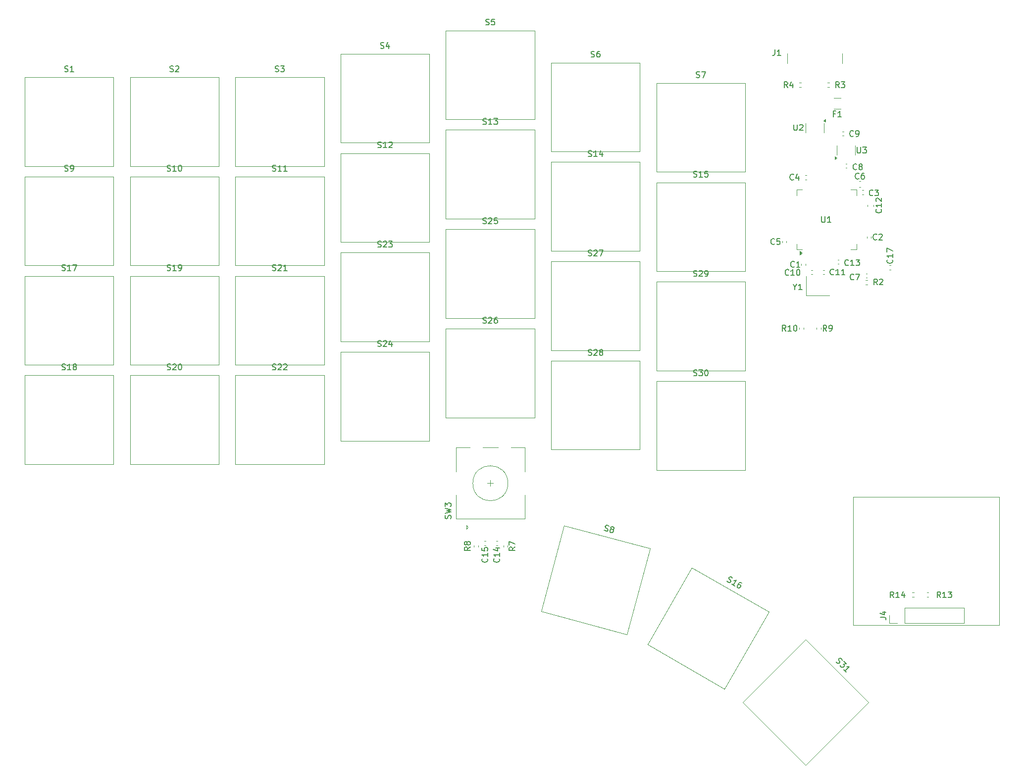
<source format=gbr>
%TF.GenerationSoftware,KiCad,Pcbnew,8.0.5*%
%TF.CreationDate,2024-10-02T17:20:21+02:00*%
%TF.ProjectId,vaucasy-pcb,76617563-6173-4792-9d70-63622e6b6963,rev?*%
%TF.SameCoordinates,Original*%
%TF.FileFunction,Legend,Top*%
%TF.FilePolarity,Positive*%
%FSLAX46Y46*%
G04 Gerber Fmt 4.6, Leading zero omitted, Abs format (unit mm)*
G04 Created by KiCad (PCBNEW 8.0.5) date 2024-10-02 17:20:21*
%MOMM*%
%LPD*%
G01*
G04 APERTURE LIST*
%ADD10C,0.100000*%
%ADD11C,0.150000*%
%ADD12C,0.120000*%
G04 APERTURE END LIST*
D10*
X169535000Y-111500000D02*
X194535000Y-111500000D01*
X194535000Y-133500000D01*
X169535000Y-133500000D01*
X169535000Y-111500000D01*
D11*
X170238095Y-51704819D02*
X170238095Y-52514342D01*
X170238095Y-52514342D02*
X170285714Y-52609580D01*
X170285714Y-52609580D02*
X170333333Y-52657200D01*
X170333333Y-52657200D02*
X170428571Y-52704819D01*
X170428571Y-52704819D02*
X170619047Y-52704819D01*
X170619047Y-52704819D02*
X170714285Y-52657200D01*
X170714285Y-52657200D02*
X170761904Y-52609580D01*
X170761904Y-52609580D02*
X170809523Y-52514342D01*
X170809523Y-52514342D02*
X170809523Y-51704819D01*
X171190476Y-51704819D02*
X171809523Y-51704819D01*
X171809523Y-51704819D02*
X171476190Y-52085771D01*
X171476190Y-52085771D02*
X171619047Y-52085771D01*
X171619047Y-52085771D02*
X171714285Y-52133390D01*
X171714285Y-52133390D02*
X171761904Y-52181009D01*
X171761904Y-52181009D02*
X171809523Y-52276247D01*
X171809523Y-52276247D02*
X171809523Y-52514342D01*
X171809523Y-52514342D02*
X171761904Y-52609580D01*
X171761904Y-52609580D02*
X171714285Y-52657200D01*
X171714285Y-52657200D02*
X171619047Y-52704819D01*
X171619047Y-52704819D02*
X171333333Y-52704819D01*
X171333333Y-52704819D02*
X171238095Y-52657200D01*
X171238095Y-52657200D02*
X171190476Y-52609580D01*
X158032142Y-83154819D02*
X157698809Y-82678628D01*
X157460714Y-83154819D02*
X157460714Y-82154819D01*
X157460714Y-82154819D02*
X157841666Y-82154819D01*
X157841666Y-82154819D02*
X157936904Y-82202438D01*
X157936904Y-82202438D02*
X157984523Y-82250057D01*
X157984523Y-82250057D02*
X158032142Y-82345295D01*
X158032142Y-82345295D02*
X158032142Y-82488152D01*
X158032142Y-82488152D02*
X157984523Y-82583390D01*
X157984523Y-82583390D02*
X157936904Y-82631009D01*
X157936904Y-82631009D02*
X157841666Y-82678628D01*
X157841666Y-82678628D02*
X157460714Y-82678628D01*
X158984523Y-83154819D02*
X158413095Y-83154819D01*
X158698809Y-83154819D02*
X158698809Y-82154819D01*
X158698809Y-82154819D02*
X158603571Y-82297676D01*
X158603571Y-82297676D02*
X158508333Y-82392914D01*
X158508333Y-82392914D02*
X158413095Y-82440533D01*
X159603571Y-82154819D02*
X159698809Y-82154819D01*
X159698809Y-82154819D02*
X159794047Y-82202438D01*
X159794047Y-82202438D02*
X159841666Y-82250057D01*
X159841666Y-82250057D02*
X159889285Y-82345295D01*
X159889285Y-82345295D02*
X159936904Y-82535771D01*
X159936904Y-82535771D02*
X159936904Y-82773866D01*
X159936904Y-82773866D02*
X159889285Y-82964342D01*
X159889285Y-82964342D02*
X159841666Y-83059580D01*
X159841666Y-83059580D02*
X159794047Y-83107200D01*
X159794047Y-83107200D02*
X159698809Y-83154819D01*
X159698809Y-83154819D02*
X159603571Y-83154819D01*
X159603571Y-83154819D02*
X159508333Y-83107200D01*
X159508333Y-83107200D02*
X159460714Y-83059580D01*
X159460714Y-83059580D02*
X159413095Y-82964342D01*
X159413095Y-82964342D02*
X159365476Y-82773866D01*
X159365476Y-82773866D02*
X159365476Y-82535771D01*
X159365476Y-82535771D02*
X159413095Y-82345295D01*
X159413095Y-82345295D02*
X159460714Y-82250057D01*
X159460714Y-82250057D02*
X159508333Y-82202438D01*
X159508333Y-82202438D02*
X159603571Y-82154819D01*
X164163095Y-63554819D02*
X164163095Y-64364342D01*
X164163095Y-64364342D02*
X164210714Y-64459580D01*
X164210714Y-64459580D02*
X164258333Y-64507200D01*
X164258333Y-64507200D02*
X164353571Y-64554819D01*
X164353571Y-64554819D02*
X164544047Y-64554819D01*
X164544047Y-64554819D02*
X164639285Y-64507200D01*
X164639285Y-64507200D02*
X164686904Y-64459580D01*
X164686904Y-64459580D02*
X164734523Y-64364342D01*
X164734523Y-64364342D02*
X164734523Y-63554819D01*
X165734523Y-64554819D02*
X165163095Y-64554819D01*
X165448809Y-64554819D02*
X165448809Y-63554819D01*
X165448809Y-63554819D02*
X165353571Y-63697676D01*
X165353571Y-63697676D02*
X165258333Y-63792914D01*
X165258333Y-63792914D02*
X165163095Y-63840533D01*
X166232142Y-73459580D02*
X166184523Y-73507200D01*
X166184523Y-73507200D02*
X166041666Y-73554819D01*
X166041666Y-73554819D02*
X165946428Y-73554819D01*
X165946428Y-73554819D02*
X165803571Y-73507200D01*
X165803571Y-73507200D02*
X165708333Y-73411961D01*
X165708333Y-73411961D02*
X165660714Y-73316723D01*
X165660714Y-73316723D02*
X165613095Y-73126247D01*
X165613095Y-73126247D02*
X165613095Y-72983390D01*
X165613095Y-72983390D02*
X165660714Y-72792914D01*
X165660714Y-72792914D02*
X165708333Y-72697676D01*
X165708333Y-72697676D02*
X165803571Y-72602438D01*
X165803571Y-72602438D02*
X165946428Y-72554819D01*
X165946428Y-72554819D02*
X166041666Y-72554819D01*
X166041666Y-72554819D02*
X166184523Y-72602438D01*
X166184523Y-72602438D02*
X166232142Y-72650057D01*
X167184523Y-73554819D02*
X166613095Y-73554819D01*
X166898809Y-73554819D02*
X166898809Y-72554819D01*
X166898809Y-72554819D02*
X166803571Y-72697676D01*
X166803571Y-72697676D02*
X166708333Y-72792914D01*
X166708333Y-72792914D02*
X166613095Y-72840533D01*
X168136904Y-73554819D02*
X167565476Y-73554819D01*
X167851190Y-73554819D02*
X167851190Y-72554819D01*
X167851190Y-72554819D02*
X167755952Y-72697676D01*
X167755952Y-72697676D02*
X167660714Y-72792914D01*
X167660714Y-72792914D02*
X167565476Y-72840533D01*
X100722200Y-115233332D02*
X100769819Y-115090475D01*
X100769819Y-115090475D02*
X100769819Y-114852380D01*
X100769819Y-114852380D02*
X100722200Y-114757142D01*
X100722200Y-114757142D02*
X100674580Y-114709523D01*
X100674580Y-114709523D02*
X100579342Y-114661904D01*
X100579342Y-114661904D02*
X100484104Y-114661904D01*
X100484104Y-114661904D02*
X100388866Y-114709523D01*
X100388866Y-114709523D02*
X100341247Y-114757142D01*
X100341247Y-114757142D02*
X100293628Y-114852380D01*
X100293628Y-114852380D02*
X100246009Y-115042856D01*
X100246009Y-115042856D02*
X100198390Y-115138094D01*
X100198390Y-115138094D02*
X100150771Y-115185713D01*
X100150771Y-115185713D02*
X100055533Y-115233332D01*
X100055533Y-115233332D02*
X99960295Y-115233332D01*
X99960295Y-115233332D02*
X99865057Y-115185713D01*
X99865057Y-115185713D02*
X99817438Y-115138094D01*
X99817438Y-115138094D02*
X99769819Y-115042856D01*
X99769819Y-115042856D02*
X99769819Y-114804761D01*
X99769819Y-114804761D02*
X99817438Y-114661904D01*
X99769819Y-114328570D02*
X100769819Y-114090475D01*
X100769819Y-114090475D02*
X100055533Y-113899999D01*
X100055533Y-113899999D02*
X100769819Y-113709523D01*
X100769819Y-113709523D02*
X99769819Y-113471428D01*
X99769819Y-113185713D02*
X99769819Y-112566666D01*
X99769819Y-112566666D02*
X100150771Y-112899999D01*
X100150771Y-112899999D02*
X100150771Y-112757142D01*
X100150771Y-112757142D02*
X100198390Y-112661904D01*
X100198390Y-112661904D02*
X100246009Y-112614285D01*
X100246009Y-112614285D02*
X100341247Y-112566666D01*
X100341247Y-112566666D02*
X100579342Y-112566666D01*
X100579342Y-112566666D02*
X100674580Y-112614285D01*
X100674580Y-112614285D02*
X100722200Y-112661904D01*
X100722200Y-112661904D02*
X100769819Y-112757142D01*
X100769819Y-112757142D02*
X100769819Y-113042856D01*
X100769819Y-113042856D02*
X100722200Y-113138094D01*
X100722200Y-113138094D02*
X100674580Y-113185713D01*
X174179819Y-132133333D02*
X174894104Y-132133333D01*
X174894104Y-132133333D02*
X175036961Y-132180952D01*
X175036961Y-132180952D02*
X175132200Y-132276190D01*
X175132200Y-132276190D02*
X175179819Y-132419047D01*
X175179819Y-132419047D02*
X175179819Y-132514285D01*
X174513152Y-131228571D02*
X175179819Y-131228571D01*
X174132200Y-131466666D02*
X174846485Y-131704761D01*
X174846485Y-131704761D02*
X174846485Y-131085714D01*
X156108333Y-68259580D02*
X156060714Y-68307200D01*
X156060714Y-68307200D02*
X155917857Y-68354819D01*
X155917857Y-68354819D02*
X155822619Y-68354819D01*
X155822619Y-68354819D02*
X155679762Y-68307200D01*
X155679762Y-68307200D02*
X155584524Y-68211961D01*
X155584524Y-68211961D02*
X155536905Y-68116723D01*
X155536905Y-68116723D02*
X155489286Y-67926247D01*
X155489286Y-67926247D02*
X155489286Y-67783390D01*
X155489286Y-67783390D02*
X155536905Y-67592914D01*
X155536905Y-67592914D02*
X155584524Y-67497676D01*
X155584524Y-67497676D02*
X155679762Y-67402438D01*
X155679762Y-67402438D02*
X155822619Y-67354819D01*
X155822619Y-67354819D02*
X155917857Y-67354819D01*
X155917857Y-67354819D02*
X156060714Y-67402438D01*
X156060714Y-67402438D02*
X156108333Y-67450057D01*
X157013095Y-67354819D02*
X156536905Y-67354819D01*
X156536905Y-67354819D02*
X156489286Y-67831009D01*
X156489286Y-67831009D02*
X156536905Y-67783390D01*
X156536905Y-67783390D02*
X156632143Y-67735771D01*
X156632143Y-67735771D02*
X156870238Y-67735771D01*
X156870238Y-67735771D02*
X156965476Y-67783390D01*
X156965476Y-67783390D02*
X157013095Y-67831009D01*
X157013095Y-67831009D02*
X157060714Y-67926247D01*
X157060714Y-67926247D02*
X157060714Y-68164342D01*
X157060714Y-68164342D02*
X157013095Y-68259580D01*
X157013095Y-68259580D02*
X156965476Y-68307200D01*
X156965476Y-68307200D02*
X156870238Y-68354819D01*
X156870238Y-68354819D02*
X156632143Y-68354819D01*
X156632143Y-68354819D02*
X156536905Y-68307200D01*
X156536905Y-68307200D02*
X156489286Y-68259580D01*
X106738095Y-30757200D02*
X106880952Y-30804819D01*
X106880952Y-30804819D02*
X107119047Y-30804819D01*
X107119047Y-30804819D02*
X107214285Y-30757200D01*
X107214285Y-30757200D02*
X107261904Y-30709580D01*
X107261904Y-30709580D02*
X107309523Y-30614342D01*
X107309523Y-30614342D02*
X107309523Y-30519104D01*
X107309523Y-30519104D02*
X107261904Y-30423866D01*
X107261904Y-30423866D02*
X107214285Y-30376247D01*
X107214285Y-30376247D02*
X107119047Y-30328628D01*
X107119047Y-30328628D02*
X106928571Y-30281009D01*
X106928571Y-30281009D02*
X106833333Y-30233390D01*
X106833333Y-30233390D02*
X106785714Y-30185771D01*
X106785714Y-30185771D02*
X106738095Y-30090533D01*
X106738095Y-30090533D02*
X106738095Y-29995295D01*
X106738095Y-29995295D02*
X106785714Y-29900057D01*
X106785714Y-29900057D02*
X106833333Y-29852438D01*
X106833333Y-29852438D02*
X106928571Y-29804819D01*
X106928571Y-29804819D02*
X107166666Y-29804819D01*
X107166666Y-29804819D02*
X107309523Y-29852438D01*
X108214285Y-29804819D02*
X107738095Y-29804819D01*
X107738095Y-29804819D02*
X107690476Y-30281009D01*
X107690476Y-30281009D02*
X107738095Y-30233390D01*
X107738095Y-30233390D02*
X107833333Y-30185771D01*
X107833333Y-30185771D02*
X108071428Y-30185771D01*
X108071428Y-30185771D02*
X108166666Y-30233390D01*
X108166666Y-30233390D02*
X108214285Y-30281009D01*
X108214285Y-30281009D02*
X108261904Y-30376247D01*
X108261904Y-30376247D02*
X108261904Y-30614342D01*
X108261904Y-30614342D02*
X108214285Y-30709580D01*
X108214285Y-30709580D02*
X108166666Y-30757200D01*
X108166666Y-30757200D02*
X108071428Y-30804819D01*
X108071428Y-30804819D02*
X107833333Y-30804819D01*
X107833333Y-30804819D02*
X107738095Y-30757200D01*
X107738095Y-30757200D02*
X107690476Y-30709580D01*
X124261905Y-70257200D02*
X124404762Y-70304819D01*
X124404762Y-70304819D02*
X124642857Y-70304819D01*
X124642857Y-70304819D02*
X124738095Y-70257200D01*
X124738095Y-70257200D02*
X124785714Y-70209580D01*
X124785714Y-70209580D02*
X124833333Y-70114342D01*
X124833333Y-70114342D02*
X124833333Y-70019104D01*
X124833333Y-70019104D02*
X124785714Y-69923866D01*
X124785714Y-69923866D02*
X124738095Y-69876247D01*
X124738095Y-69876247D02*
X124642857Y-69828628D01*
X124642857Y-69828628D02*
X124452381Y-69781009D01*
X124452381Y-69781009D02*
X124357143Y-69733390D01*
X124357143Y-69733390D02*
X124309524Y-69685771D01*
X124309524Y-69685771D02*
X124261905Y-69590533D01*
X124261905Y-69590533D02*
X124261905Y-69495295D01*
X124261905Y-69495295D02*
X124309524Y-69400057D01*
X124309524Y-69400057D02*
X124357143Y-69352438D01*
X124357143Y-69352438D02*
X124452381Y-69304819D01*
X124452381Y-69304819D02*
X124690476Y-69304819D01*
X124690476Y-69304819D02*
X124833333Y-69352438D01*
X125214286Y-69400057D02*
X125261905Y-69352438D01*
X125261905Y-69352438D02*
X125357143Y-69304819D01*
X125357143Y-69304819D02*
X125595238Y-69304819D01*
X125595238Y-69304819D02*
X125690476Y-69352438D01*
X125690476Y-69352438D02*
X125738095Y-69400057D01*
X125738095Y-69400057D02*
X125785714Y-69495295D01*
X125785714Y-69495295D02*
X125785714Y-69590533D01*
X125785714Y-69590533D02*
X125738095Y-69733390D01*
X125738095Y-69733390D02*
X125166667Y-70304819D01*
X125166667Y-70304819D02*
X125785714Y-70304819D01*
X126119048Y-69304819D02*
X126785714Y-69304819D01*
X126785714Y-69304819D02*
X126357143Y-70304819D01*
X108974580Y-122092857D02*
X109022200Y-122140476D01*
X109022200Y-122140476D02*
X109069819Y-122283333D01*
X109069819Y-122283333D02*
X109069819Y-122378571D01*
X109069819Y-122378571D02*
X109022200Y-122521428D01*
X109022200Y-122521428D02*
X108926961Y-122616666D01*
X108926961Y-122616666D02*
X108831723Y-122664285D01*
X108831723Y-122664285D02*
X108641247Y-122711904D01*
X108641247Y-122711904D02*
X108498390Y-122711904D01*
X108498390Y-122711904D02*
X108307914Y-122664285D01*
X108307914Y-122664285D02*
X108212676Y-122616666D01*
X108212676Y-122616666D02*
X108117438Y-122521428D01*
X108117438Y-122521428D02*
X108069819Y-122378571D01*
X108069819Y-122378571D02*
X108069819Y-122283333D01*
X108069819Y-122283333D02*
X108117438Y-122140476D01*
X108117438Y-122140476D02*
X108165057Y-122092857D01*
X109069819Y-121140476D02*
X109069819Y-121711904D01*
X109069819Y-121426190D02*
X108069819Y-121426190D01*
X108069819Y-121426190D02*
X108212676Y-121521428D01*
X108212676Y-121521428D02*
X108307914Y-121616666D01*
X108307914Y-121616666D02*
X108355533Y-121711904D01*
X108403152Y-120283333D02*
X109069819Y-120283333D01*
X108022200Y-120521428D02*
X108736485Y-120759523D01*
X108736485Y-120759523D02*
X108736485Y-120140476D01*
X70738095Y-38757200D02*
X70880952Y-38804819D01*
X70880952Y-38804819D02*
X71119047Y-38804819D01*
X71119047Y-38804819D02*
X71214285Y-38757200D01*
X71214285Y-38757200D02*
X71261904Y-38709580D01*
X71261904Y-38709580D02*
X71309523Y-38614342D01*
X71309523Y-38614342D02*
X71309523Y-38519104D01*
X71309523Y-38519104D02*
X71261904Y-38423866D01*
X71261904Y-38423866D02*
X71214285Y-38376247D01*
X71214285Y-38376247D02*
X71119047Y-38328628D01*
X71119047Y-38328628D02*
X70928571Y-38281009D01*
X70928571Y-38281009D02*
X70833333Y-38233390D01*
X70833333Y-38233390D02*
X70785714Y-38185771D01*
X70785714Y-38185771D02*
X70738095Y-38090533D01*
X70738095Y-38090533D02*
X70738095Y-37995295D01*
X70738095Y-37995295D02*
X70785714Y-37900057D01*
X70785714Y-37900057D02*
X70833333Y-37852438D01*
X70833333Y-37852438D02*
X70928571Y-37804819D01*
X70928571Y-37804819D02*
X71166666Y-37804819D01*
X71166666Y-37804819D02*
X71309523Y-37852438D01*
X71642857Y-37804819D02*
X72261904Y-37804819D01*
X72261904Y-37804819D02*
X71928571Y-38185771D01*
X71928571Y-38185771D02*
X72071428Y-38185771D01*
X72071428Y-38185771D02*
X72166666Y-38233390D01*
X72166666Y-38233390D02*
X72214285Y-38281009D01*
X72214285Y-38281009D02*
X72261904Y-38376247D01*
X72261904Y-38376247D02*
X72261904Y-38614342D01*
X72261904Y-38614342D02*
X72214285Y-38709580D01*
X72214285Y-38709580D02*
X72166666Y-38757200D01*
X72166666Y-38757200D02*
X72071428Y-38804819D01*
X72071428Y-38804819D02*
X71785714Y-38804819D01*
X71785714Y-38804819D02*
X71690476Y-38757200D01*
X71690476Y-38757200D02*
X71642857Y-38709580D01*
X52261905Y-72757200D02*
X52404762Y-72804819D01*
X52404762Y-72804819D02*
X52642857Y-72804819D01*
X52642857Y-72804819D02*
X52738095Y-72757200D01*
X52738095Y-72757200D02*
X52785714Y-72709580D01*
X52785714Y-72709580D02*
X52833333Y-72614342D01*
X52833333Y-72614342D02*
X52833333Y-72519104D01*
X52833333Y-72519104D02*
X52785714Y-72423866D01*
X52785714Y-72423866D02*
X52738095Y-72376247D01*
X52738095Y-72376247D02*
X52642857Y-72328628D01*
X52642857Y-72328628D02*
X52452381Y-72281009D01*
X52452381Y-72281009D02*
X52357143Y-72233390D01*
X52357143Y-72233390D02*
X52309524Y-72185771D01*
X52309524Y-72185771D02*
X52261905Y-72090533D01*
X52261905Y-72090533D02*
X52261905Y-71995295D01*
X52261905Y-71995295D02*
X52309524Y-71900057D01*
X52309524Y-71900057D02*
X52357143Y-71852438D01*
X52357143Y-71852438D02*
X52452381Y-71804819D01*
X52452381Y-71804819D02*
X52690476Y-71804819D01*
X52690476Y-71804819D02*
X52833333Y-71852438D01*
X53785714Y-72804819D02*
X53214286Y-72804819D01*
X53500000Y-72804819D02*
X53500000Y-71804819D01*
X53500000Y-71804819D02*
X53404762Y-71947676D01*
X53404762Y-71947676D02*
X53309524Y-72042914D01*
X53309524Y-72042914D02*
X53214286Y-72090533D01*
X54261905Y-72804819D02*
X54452381Y-72804819D01*
X54452381Y-72804819D02*
X54547619Y-72757200D01*
X54547619Y-72757200D02*
X54595238Y-72709580D01*
X54595238Y-72709580D02*
X54690476Y-72566723D01*
X54690476Y-72566723D02*
X54738095Y-72376247D01*
X54738095Y-72376247D02*
X54738095Y-71995295D01*
X54738095Y-71995295D02*
X54690476Y-71900057D01*
X54690476Y-71900057D02*
X54642857Y-71852438D01*
X54642857Y-71852438D02*
X54547619Y-71804819D01*
X54547619Y-71804819D02*
X54357143Y-71804819D01*
X54357143Y-71804819D02*
X54261905Y-71852438D01*
X54261905Y-71852438D02*
X54214286Y-71900057D01*
X54214286Y-71900057D02*
X54166667Y-71995295D01*
X54166667Y-71995295D02*
X54166667Y-72233390D01*
X54166667Y-72233390D02*
X54214286Y-72328628D01*
X54214286Y-72328628D02*
X54261905Y-72376247D01*
X54261905Y-72376247D02*
X54357143Y-72423866D01*
X54357143Y-72423866D02*
X54547619Y-72423866D01*
X54547619Y-72423866D02*
X54642857Y-72376247D01*
X54642857Y-72376247D02*
X54690476Y-72328628D01*
X54690476Y-72328628D02*
X54738095Y-72233390D01*
X111739819Y-120116666D02*
X111263628Y-120449999D01*
X111739819Y-120688094D02*
X110739819Y-120688094D01*
X110739819Y-120688094D02*
X110739819Y-120307142D01*
X110739819Y-120307142D02*
X110787438Y-120211904D01*
X110787438Y-120211904D02*
X110835057Y-120164285D01*
X110835057Y-120164285D02*
X110930295Y-120116666D01*
X110930295Y-120116666D02*
X111073152Y-120116666D01*
X111073152Y-120116666D02*
X111168390Y-120164285D01*
X111168390Y-120164285D02*
X111216009Y-120211904D01*
X111216009Y-120211904D02*
X111263628Y-120307142D01*
X111263628Y-120307142D02*
X111263628Y-120688094D01*
X110739819Y-119783332D02*
X110739819Y-119116666D01*
X110739819Y-119116666D02*
X111739819Y-119545237D01*
X124261905Y-87257200D02*
X124404762Y-87304819D01*
X124404762Y-87304819D02*
X124642857Y-87304819D01*
X124642857Y-87304819D02*
X124738095Y-87257200D01*
X124738095Y-87257200D02*
X124785714Y-87209580D01*
X124785714Y-87209580D02*
X124833333Y-87114342D01*
X124833333Y-87114342D02*
X124833333Y-87019104D01*
X124833333Y-87019104D02*
X124785714Y-86923866D01*
X124785714Y-86923866D02*
X124738095Y-86876247D01*
X124738095Y-86876247D02*
X124642857Y-86828628D01*
X124642857Y-86828628D02*
X124452381Y-86781009D01*
X124452381Y-86781009D02*
X124357143Y-86733390D01*
X124357143Y-86733390D02*
X124309524Y-86685771D01*
X124309524Y-86685771D02*
X124261905Y-86590533D01*
X124261905Y-86590533D02*
X124261905Y-86495295D01*
X124261905Y-86495295D02*
X124309524Y-86400057D01*
X124309524Y-86400057D02*
X124357143Y-86352438D01*
X124357143Y-86352438D02*
X124452381Y-86304819D01*
X124452381Y-86304819D02*
X124690476Y-86304819D01*
X124690476Y-86304819D02*
X124833333Y-86352438D01*
X125214286Y-86400057D02*
X125261905Y-86352438D01*
X125261905Y-86352438D02*
X125357143Y-86304819D01*
X125357143Y-86304819D02*
X125595238Y-86304819D01*
X125595238Y-86304819D02*
X125690476Y-86352438D01*
X125690476Y-86352438D02*
X125738095Y-86400057D01*
X125738095Y-86400057D02*
X125785714Y-86495295D01*
X125785714Y-86495295D02*
X125785714Y-86590533D01*
X125785714Y-86590533D02*
X125738095Y-86733390D01*
X125738095Y-86733390D02*
X125166667Y-87304819D01*
X125166667Y-87304819D02*
X125785714Y-87304819D01*
X126357143Y-86733390D02*
X126261905Y-86685771D01*
X126261905Y-86685771D02*
X126214286Y-86638152D01*
X126214286Y-86638152D02*
X126166667Y-86542914D01*
X126166667Y-86542914D02*
X126166667Y-86495295D01*
X126166667Y-86495295D02*
X126214286Y-86400057D01*
X126214286Y-86400057D02*
X126261905Y-86352438D01*
X126261905Y-86352438D02*
X126357143Y-86304819D01*
X126357143Y-86304819D02*
X126547619Y-86304819D01*
X126547619Y-86304819D02*
X126642857Y-86352438D01*
X126642857Y-86352438D02*
X126690476Y-86400057D01*
X126690476Y-86400057D02*
X126738095Y-86495295D01*
X126738095Y-86495295D02*
X126738095Y-86542914D01*
X126738095Y-86542914D02*
X126690476Y-86638152D01*
X126690476Y-86638152D02*
X126642857Y-86685771D01*
X126642857Y-86685771D02*
X126547619Y-86733390D01*
X126547619Y-86733390D02*
X126357143Y-86733390D01*
X126357143Y-86733390D02*
X126261905Y-86781009D01*
X126261905Y-86781009D02*
X126214286Y-86828628D01*
X126214286Y-86828628D02*
X126166667Y-86923866D01*
X126166667Y-86923866D02*
X126166667Y-87114342D01*
X126166667Y-87114342D02*
X126214286Y-87209580D01*
X126214286Y-87209580D02*
X126261905Y-87257200D01*
X126261905Y-87257200D02*
X126357143Y-87304819D01*
X126357143Y-87304819D02*
X126547619Y-87304819D01*
X126547619Y-87304819D02*
X126642857Y-87257200D01*
X126642857Y-87257200D02*
X126690476Y-87209580D01*
X126690476Y-87209580D02*
X126738095Y-87114342D01*
X126738095Y-87114342D02*
X126738095Y-86923866D01*
X126738095Y-86923866D02*
X126690476Y-86828628D01*
X126690476Y-86828628D02*
X126642857Y-86781009D01*
X126642857Y-86781009D02*
X126547619Y-86733390D01*
X142738095Y-39757200D02*
X142880952Y-39804819D01*
X142880952Y-39804819D02*
X143119047Y-39804819D01*
X143119047Y-39804819D02*
X143214285Y-39757200D01*
X143214285Y-39757200D02*
X143261904Y-39709580D01*
X143261904Y-39709580D02*
X143309523Y-39614342D01*
X143309523Y-39614342D02*
X143309523Y-39519104D01*
X143309523Y-39519104D02*
X143261904Y-39423866D01*
X143261904Y-39423866D02*
X143214285Y-39376247D01*
X143214285Y-39376247D02*
X143119047Y-39328628D01*
X143119047Y-39328628D02*
X142928571Y-39281009D01*
X142928571Y-39281009D02*
X142833333Y-39233390D01*
X142833333Y-39233390D02*
X142785714Y-39185771D01*
X142785714Y-39185771D02*
X142738095Y-39090533D01*
X142738095Y-39090533D02*
X142738095Y-38995295D01*
X142738095Y-38995295D02*
X142785714Y-38900057D01*
X142785714Y-38900057D02*
X142833333Y-38852438D01*
X142833333Y-38852438D02*
X142928571Y-38804819D01*
X142928571Y-38804819D02*
X143166666Y-38804819D01*
X143166666Y-38804819D02*
X143309523Y-38852438D01*
X143642857Y-38804819D02*
X144309523Y-38804819D01*
X144309523Y-38804819D02*
X143880952Y-39804819D01*
X142261905Y-90757200D02*
X142404762Y-90804819D01*
X142404762Y-90804819D02*
X142642857Y-90804819D01*
X142642857Y-90804819D02*
X142738095Y-90757200D01*
X142738095Y-90757200D02*
X142785714Y-90709580D01*
X142785714Y-90709580D02*
X142833333Y-90614342D01*
X142833333Y-90614342D02*
X142833333Y-90519104D01*
X142833333Y-90519104D02*
X142785714Y-90423866D01*
X142785714Y-90423866D02*
X142738095Y-90376247D01*
X142738095Y-90376247D02*
X142642857Y-90328628D01*
X142642857Y-90328628D02*
X142452381Y-90281009D01*
X142452381Y-90281009D02*
X142357143Y-90233390D01*
X142357143Y-90233390D02*
X142309524Y-90185771D01*
X142309524Y-90185771D02*
X142261905Y-90090533D01*
X142261905Y-90090533D02*
X142261905Y-89995295D01*
X142261905Y-89995295D02*
X142309524Y-89900057D01*
X142309524Y-89900057D02*
X142357143Y-89852438D01*
X142357143Y-89852438D02*
X142452381Y-89804819D01*
X142452381Y-89804819D02*
X142690476Y-89804819D01*
X142690476Y-89804819D02*
X142833333Y-89852438D01*
X143166667Y-89804819D02*
X143785714Y-89804819D01*
X143785714Y-89804819D02*
X143452381Y-90185771D01*
X143452381Y-90185771D02*
X143595238Y-90185771D01*
X143595238Y-90185771D02*
X143690476Y-90233390D01*
X143690476Y-90233390D02*
X143738095Y-90281009D01*
X143738095Y-90281009D02*
X143785714Y-90376247D01*
X143785714Y-90376247D02*
X143785714Y-90614342D01*
X143785714Y-90614342D02*
X143738095Y-90709580D01*
X143738095Y-90709580D02*
X143690476Y-90757200D01*
X143690476Y-90757200D02*
X143595238Y-90804819D01*
X143595238Y-90804819D02*
X143309524Y-90804819D01*
X143309524Y-90804819D02*
X143214286Y-90757200D01*
X143214286Y-90757200D02*
X143166667Y-90709580D01*
X144404762Y-89804819D02*
X144500000Y-89804819D01*
X144500000Y-89804819D02*
X144595238Y-89852438D01*
X144595238Y-89852438D02*
X144642857Y-89900057D01*
X144642857Y-89900057D02*
X144690476Y-89995295D01*
X144690476Y-89995295D02*
X144738095Y-90185771D01*
X144738095Y-90185771D02*
X144738095Y-90423866D01*
X144738095Y-90423866D02*
X144690476Y-90614342D01*
X144690476Y-90614342D02*
X144642857Y-90709580D01*
X144642857Y-90709580D02*
X144595238Y-90757200D01*
X144595238Y-90757200D02*
X144500000Y-90804819D01*
X144500000Y-90804819D02*
X144404762Y-90804819D01*
X144404762Y-90804819D02*
X144309524Y-90757200D01*
X144309524Y-90757200D02*
X144261905Y-90709580D01*
X144261905Y-90709580D02*
X144214286Y-90614342D01*
X144214286Y-90614342D02*
X144166667Y-90423866D01*
X144166667Y-90423866D02*
X144166667Y-90185771D01*
X144166667Y-90185771D02*
X144214286Y-89995295D01*
X144214286Y-89995295D02*
X144261905Y-89900057D01*
X144261905Y-89900057D02*
X144309524Y-89852438D01*
X144309524Y-89852438D02*
X144404762Y-89804819D01*
X124261905Y-53257200D02*
X124404762Y-53304819D01*
X124404762Y-53304819D02*
X124642857Y-53304819D01*
X124642857Y-53304819D02*
X124738095Y-53257200D01*
X124738095Y-53257200D02*
X124785714Y-53209580D01*
X124785714Y-53209580D02*
X124833333Y-53114342D01*
X124833333Y-53114342D02*
X124833333Y-53019104D01*
X124833333Y-53019104D02*
X124785714Y-52923866D01*
X124785714Y-52923866D02*
X124738095Y-52876247D01*
X124738095Y-52876247D02*
X124642857Y-52828628D01*
X124642857Y-52828628D02*
X124452381Y-52781009D01*
X124452381Y-52781009D02*
X124357143Y-52733390D01*
X124357143Y-52733390D02*
X124309524Y-52685771D01*
X124309524Y-52685771D02*
X124261905Y-52590533D01*
X124261905Y-52590533D02*
X124261905Y-52495295D01*
X124261905Y-52495295D02*
X124309524Y-52400057D01*
X124309524Y-52400057D02*
X124357143Y-52352438D01*
X124357143Y-52352438D02*
X124452381Y-52304819D01*
X124452381Y-52304819D02*
X124690476Y-52304819D01*
X124690476Y-52304819D02*
X124833333Y-52352438D01*
X125785714Y-53304819D02*
X125214286Y-53304819D01*
X125500000Y-53304819D02*
X125500000Y-52304819D01*
X125500000Y-52304819D02*
X125404762Y-52447676D01*
X125404762Y-52447676D02*
X125309524Y-52542914D01*
X125309524Y-52542914D02*
X125214286Y-52590533D01*
X126642857Y-52638152D02*
X126642857Y-53304819D01*
X126404762Y-52257200D02*
X126166667Y-52971485D01*
X126166667Y-52971485D02*
X126785714Y-52971485D01*
X169583333Y-49784580D02*
X169535714Y-49832200D01*
X169535714Y-49832200D02*
X169392857Y-49879819D01*
X169392857Y-49879819D02*
X169297619Y-49879819D01*
X169297619Y-49879819D02*
X169154762Y-49832200D01*
X169154762Y-49832200D02*
X169059524Y-49736961D01*
X169059524Y-49736961D02*
X169011905Y-49641723D01*
X169011905Y-49641723D02*
X168964286Y-49451247D01*
X168964286Y-49451247D02*
X168964286Y-49308390D01*
X168964286Y-49308390D02*
X169011905Y-49117914D01*
X169011905Y-49117914D02*
X169059524Y-49022676D01*
X169059524Y-49022676D02*
X169154762Y-48927438D01*
X169154762Y-48927438D02*
X169297619Y-48879819D01*
X169297619Y-48879819D02*
X169392857Y-48879819D01*
X169392857Y-48879819D02*
X169535714Y-48927438D01*
X169535714Y-48927438D02*
X169583333Y-48975057D01*
X170059524Y-49879819D02*
X170250000Y-49879819D01*
X170250000Y-49879819D02*
X170345238Y-49832200D01*
X170345238Y-49832200D02*
X170392857Y-49784580D01*
X170392857Y-49784580D02*
X170488095Y-49641723D01*
X170488095Y-49641723D02*
X170535714Y-49451247D01*
X170535714Y-49451247D02*
X170535714Y-49070295D01*
X170535714Y-49070295D02*
X170488095Y-48975057D01*
X170488095Y-48975057D02*
X170440476Y-48927438D01*
X170440476Y-48927438D02*
X170345238Y-48879819D01*
X170345238Y-48879819D02*
X170154762Y-48879819D01*
X170154762Y-48879819D02*
X170059524Y-48927438D01*
X170059524Y-48927438D02*
X170011905Y-48975057D01*
X170011905Y-48975057D02*
X169964286Y-49070295D01*
X169964286Y-49070295D02*
X169964286Y-49308390D01*
X169964286Y-49308390D02*
X170011905Y-49403628D01*
X170011905Y-49403628D02*
X170059524Y-49451247D01*
X170059524Y-49451247D02*
X170154762Y-49498866D01*
X170154762Y-49498866D02*
X170345238Y-49498866D01*
X170345238Y-49498866D02*
X170440476Y-49451247D01*
X170440476Y-49451247D02*
X170488095Y-49403628D01*
X170488095Y-49403628D02*
X170535714Y-49308390D01*
X124738095Y-36257200D02*
X124880952Y-36304819D01*
X124880952Y-36304819D02*
X125119047Y-36304819D01*
X125119047Y-36304819D02*
X125214285Y-36257200D01*
X125214285Y-36257200D02*
X125261904Y-36209580D01*
X125261904Y-36209580D02*
X125309523Y-36114342D01*
X125309523Y-36114342D02*
X125309523Y-36019104D01*
X125309523Y-36019104D02*
X125261904Y-35923866D01*
X125261904Y-35923866D02*
X125214285Y-35876247D01*
X125214285Y-35876247D02*
X125119047Y-35828628D01*
X125119047Y-35828628D02*
X124928571Y-35781009D01*
X124928571Y-35781009D02*
X124833333Y-35733390D01*
X124833333Y-35733390D02*
X124785714Y-35685771D01*
X124785714Y-35685771D02*
X124738095Y-35590533D01*
X124738095Y-35590533D02*
X124738095Y-35495295D01*
X124738095Y-35495295D02*
X124785714Y-35400057D01*
X124785714Y-35400057D02*
X124833333Y-35352438D01*
X124833333Y-35352438D02*
X124928571Y-35304819D01*
X124928571Y-35304819D02*
X125166666Y-35304819D01*
X125166666Y-35304819D02*
X125309523Y-35352438D01*
X126166666Y-35304819D02*
X125976190Y-35304819D01*
X125976190Y-35304819D02*
X125880952Y-35352438D01*
X125880952Y-35352438D02*
X125833333Y-35400057D01*
X125833333Y-35400057D02*
X125738095Y-35542914D01*
X125738095Y-35542914D02*
X125690476Y-35733390D01*
X125690476Y-35733390D02*
X125690476Y-36114342D01*
X125690476Y-36114342D02*
X125738095Y-36209580D01*
X125738095Y-36209580D02*
X125785714Y-36257200D01*
X125785714Y-36257200D02*
X125880952Y-36304819D01*
X125880952Y-36304819D02*
X126071428Y-36304819D01*
X126071428Y-36304819D02*
X126166666Y-36257200D01*
X126166666Y-36257200D02*
X126214285Y-36209580D01*
X126214285Y-36209580D02*
X126261904Y-36114342D01*
X126261904Y-36114342D02*
X126261904Y-35876247D01*
X126261904Y-35876247D02*
X126214285Y-35781009D01*
X126214285Y-35781009D02*
X126166666Y-35733390D01*
X126166666Y-35733390D02*
X126071428Y-35685771D01*
X126071428Y-35685771D02*
X125880952Y-35685771D01*
X125880952Y-35685771D02*
X125785714Y-35733390D01*
X125785714Y-35733390D02*
X125738095Y-35781009D01*
X125738095Y-35781009D02*
X125690476Y-35876247D01*
X142261905Y-56757200D02*
X142404762Y-56804819D01*
X142404762Y-56804819D02*
X142642857Y-56804819D01*
X142642857Y-56804819D02*
X142738095Y-56757200D01*
X142738095Y-56757200D02*
X142785714Y-56709580D01*
X142785714Y-56709580D02*
X142833333Y-56614342D01*
X142833333Y-56614342D02*
X142833333Y-56519104D01*
X142833333Y-56519104D02*
X142785714Y-56423866D01*
X142785714Y-56423866D02*
X142738095Y-56376247D01*
X142738095Y-56376247D02*
X142642857Y-56328628D01*
X142642857Y-56328628D02*
X142452381Y-56281009D01*
X142452381Y-56281009D02*
X142357143Y-56233390D01*
X142357143Y-56233390D02*
X142309524Y-56185771D01*
X142309524Y-56185771D02*
X142261905Y-56090533D01*
X142261905Y-56090533D02*
X142261905Y-55995295D01*
X142261905Y-55995295D02*
X142309524Y-55900057D01*
X142309524Y-55900057D02*
X142357143Y-55852438D01*
X142357143Y-55852438D02*
X142452381Y-55804819D01*
X142452381Y-55804819D02*
X142690476Y-55804819D01*
X142690476Y-55804819D02*
X142833333Y-55852438D01*
X143785714Y-56804819D02*
X143214286Y-56804819D01*
X143500000Y-56804819D02*
X143500000Y-55804819D01*
X143500000Y-55804819D02*
X143404762Y-55947676D01*
X143404762Y-55947676D02*
X143309524Y-56042914D01*
X143309524Y-56042914D02*
X143214286Y-56090533D01*
X144690476Y-55804819D02*
X144214286Y-55804819D01*
X144214286Y-55804819D02*
X144166667Y-56281009D01*
X144166667Y-56281009D02*
X144214286Y-56233390D01*
X144214286Y-56233390D02*
X144309524Y-56185771D01*
X144309524Y-56185771D02*
X144547619Y-56185771D01*
X144547619Y-56185771D02*
X144642857Y-56233390D01*
X144642857Y-56233390D02*
X144690476Y-56281009D01*
X144690476Y-56281009D02*
X144738095Y-56376247D01*
X144738095Y-56376247D02*
X144738095Y-56614342D01*
X144738095Y-56614342D02*
X144690476Y-56709580D01*
X144690476Y-56709580D02*
X144642857Y-56757200D01*
X144642857Y-56757200D02*
X144547619Y-56804819D01*
X144547619Y-56804819D02*
X144309524Y-56804819D01*
X144309524Y-56804819D02*
X144214286Y-56757200D01*
X144214286Y-56757200D02*
X144166667Y-56709580D01*
X142261905Y-73757200D02*
X142404762Y-73804819D01*
X142404762Y-73804819D02*
X142642857Y-73804819D01*
X142642857Y-73804819D02*
X142738095Y-73757200D01*
X142738095Y-73757200D02*
X142785714Y-73709580D01*
X142785714Y-73709580D02*
X142833333Y-73614342D01*
X142833333Y-73614342D02*
X142833333Y-73519104D01*
X142833333Y-73519104D02*
X142785714Y-73423866D01*
X142785714Y-73423866D02*
X142738095Y-73376247D01*
X142738095Y-73376247D02*
X142642857Y-73328628D01*
X142642857Y-73328628D02*
X142452381Y-73281009D01*
X142452381Y-73281009D02*
X142357143Y-73233390D01*
X142357143Y-73233390D02*
X142309524Y-73185771D01*
X142309524Y-73185771D02*
X142261905Y-73090533D01*
X142261905Y-73090533D02*
X142261905Y-72995295D01*
X142261905Y-72995295D02*
X142309524Y-72900057D01*
X142309524Y-72900057D02*
X142357143Y-72852438D01*
X142357143Y-72852438D02*
X142452381Y-72804819D01*
X142452381Y-72804819D02*
X142690476Y-72804819D01*
X142690476Y-72804819D02*
X142833333Y-72852438D01*
X143214286Y-72900057D02*
X143261905Y-72852438D01*
X143261905Y-72852438D02*
X143357143Y-72804819D01*
X143357143Y-72804819D02*
X143595238Y-72804819D01*
X143595238Y-72804819D02*
X143690476Y-72852438D01*
X143690476Y-72852438D02*
X143738095Y-72900057D01*
X143738095Y-72900057D02*
X143785714Y-72995295D01*
X143785714Y-72995295D02*
X143785714Y-73090533D01*
X143785714Y-73090533D02*
X143738095Y-73233390D01*
X143738095Y-73233390D02*
X143166667Y-73804819D01*
X143166667Y-73804819D02*
X143785714Y-73804819D01*
X144261905Y-73804819D02*
X144452381Y-73804819D01*
X144452381Y-73804819D02*
X144547619Y-73757200D01*
X144547619Y-73757200D02*
X144595238Y-73709580D01*
X144595238Y-73709580D02*
X144690476Y-73566723D01*
X144690476Y-73566723D02*
X144738095Y-73376247D01*
X144738095Y-73376247D02*
X144738095Y-72995295D01*
X144738095Y-72995295D02*
X144690476Y-72900057D01*
X144690476Y-72900057D02*
X144642857Y-72852438D01*
X144642857Y-72852438D02*
X144547619Y-72804819D01*
X144547619Y-72804819D02*
X144357143Y-72804819D01*
X144357143Y-72804819D02*
X144261905Y-72852438D01*
X144261905Y-72852438D02*
X144214286Y-72900057D01*
X144214286Y-72900057D02*
X144166667Y-72995295D01*
X144166667Y-72995295D02*
X144166667Y-73233390D01*
X144166667Y-73233390D02*
X144214286Y-73328628D01*
X144214286Y-73328628D02*
X144261905Y-73376247D01*
X144261905Y-73376247D02*
X144357143Y-73423866D01*
X144357143Y-73423866D02*
X144547619Y-73423866D01*
X144547619Y-73423866D02*
X144642857Y-73376247D01*
X144642857Y-73376247D02*
X144690476Y-73328628D01*
X144690476Y-73328628D02*
X144738095Y-73233390D01*
X70261905Y-89757200D02*
X70404762Y-89804819D01*
X70404762Y-89804819D02*
X70642857Y-89804819D01*
X70642857Y-89804819D02*
X70738095Y-89757200D01*
X70738095Y-89757200D02*
X70785714Y-89709580D01*
X70785714Y-89709580D02*
X70833333Y-89614342D01*
X70833333Y-89614342D02*
X70833333Y-89519104D01*
X70833333Y-89519104D02*
X70785714Y-89423866D01*
X70785714Y-89423866D02*
X70738095Y-89376247D01*
X70738095Y-89376247D02*
X70642857Y-89328628D01*
X70642857Y-89328628D02*
X70452381Y-89281009D01*
X70452381Y-89281009D02*
X70357143Y-89233390D01*
X70357143Y-89233390D02*
X70309524Y-89185771D01*
X70309524Y-89185771D02*
X70261905Y-89090533D01*
X70261905Y-89090533D02*
X70261905Y-88995295D01*
X70261905Y-88995295D02*
X70309524Y-88900057D01*
X70309524Y-88900057D02*
X70357143Y-88852438D01*
X70357143Y-88852438D02*
X70452381Y-88804819D01*
X70452381Y-88804819D02*
X70690476Y-88804819D01*
X70690476Y-88804819D02*
X70833333Y-88852438D01*
X71214286Y-88900057D02*
X71261905Y-88852438D01*
X71261905Y-88852438D02*
X71357143Y-88804819D01*
X71357143Y-88804819D02*
X71595238Y-88804819D01*
X71595238Y-88804819D02*
X71690476Y-88852438D01*
X71690476Y-88852438D02*
X71738095Y-88900057D01*
X71738095Y-88900057D02*
X71785714Y-88995295D01*
X71785714Y-88995295D02*
X71785714Y-89090533D01*
X71785714Y-89090533D02*
X71738095Y-89233390D01*
X71738095Y-89233390D02*
X71166667Y-89804819D01*
X71166667Y-89804819D02*
X71785714Y-89804819D01*
X72166667Y-88900057D02*
X72214286Y-88852438D01*
X72214286Y-88852438D02*
X72309524Y-88804819D01*
X72309524Y-88804819D02*
X72547619Y-88804819D01*
X72547619Y-88804819D02*
X72642857Y-88852438D01*
X72642857Y-88852438D02*
X72690476Y-88900057D01*
X72690476Y-88900057D02*
X72738095Y-88995295D01*
X72738095Y-88995295D02*
X72738095Y-89090533D01*
X72738095Y-89090533D02*
X72690476Y-89233390D01*
X72690476Y-89233390D02*
X72119048Y-89804819D01*
X72119048Y-89804819D02*
X72738095Y-89804819D01*
X106261905Y-81757200D02*
X106404762Y-81804819D01*
X106404762Y-81804819D02*
X106642857Y-81804819D01*
X106642857Y-81804819D02*
X106738095Y-81757200D01*
X106738095Y-81757200D02*
X106785714Y-81709580D01*
X106785714Y-81709580D02*
X106833333Y-81614342D01*
X106833333Y-81614342D02*
X106833333Y-81519104D01*
X106833333Y-81519104D02*
X106785714Y-81423866D01*
X106785714Y-81423866D02*
X106738095Y-81376247D01*
X106738095Y-81376247D02*
X106642857Y-81328628D01*
X106642857Y-81328628D02*
X106452381Y-81281009D01*
X106452381Y-81281009D02*
X106357143Y-81233390D01*
X106357143Y-81233390D02*
X106309524Y-81185771D01*
X106309524Y-81185771D02*
X106261905Y-81090533D01*
X106261905Y-81090533D02*
X106261905Y-80995295D01*
X106261905Y-80995295D02*
X106309524Y-80900057D01*
X106309524Y-80900057D02*
X106357143Y-80852438D01*
X106357143Y-80852438D02*
X106452381Y-80804819D01*
X106452381Y-80804819D02*
X106690476Y-80804819D01*
X106690476Y-80804819D02*
X106833333Y-80852438D01*
X107214286Y-80900057D02*
X107261905Y-80852438D01*
X107261905Y-80852438D02*
X107357143Y-80804819D01*
X107357143Y-80804819D02*
X107595238Y-80804819D01*
X107595238Y-80804819D02*
X107690476Y-80852438D01*
X107690476Y-80852438D02*
X107738095Y-80900057D01*
X107738095Y-80900057D02*
X107785714Y-80995295D01*
X107785714Y-80995295D02*
X107785714Y-81090533D01*
X107785714Y-81090533D02*
X107738095Y-81233390D01*
X107738095Y-81233390D02*
X107166667Y-81804819D01*
X107166667Y-81804819D02*
X107785714Y-81804819D01*
X108642857Y-80804819D02*
X108452381Y-80804819D01*
X108452381Y-80804819D02*
X108357143Y-80852438D01*
X108357143Y-80852438D02*
X108309524Y-80900057D01*
X108309524Y-80900057D02*
X108214286Y-81042914D01*
X108214286Y-81042914D02*
X108166667Y-81233390D01*
X108166667Y-81233390D02*
X108166667Y-81614342D01*
X108166667Y-81614342D02*
X108214286Y-81709580D01*
X108214286Y-81709580D02*
X108261905Y-81757200D01*
X108261905Y-81757200D02*
X108357143Y-81804819D01*
X108357143Y-81804819D02*
X108547619Y-81804819D01*
X108547619Y-81804819D02*
X108642857Y-81757200D01*
X108642857Y-81757200D02*
X108690476Y-81709580D01*
X108690476Y-81709580D02*
X108738095Y-81614342D01*
X108738095Y-81614342D02*
X108738095Y-81376247D01*
X108738095Y-81376247D02*
X108690476Y-81281009D01*
X108690476Y-81281009D02*
X108642857Y-81233390D01*
X108642857Y-81233390D02*
X108547619Y-81185771D01*
X108547619Y-81185771D02*
X108357143Y-81185771D01*
X108357143Y-81185771D02*
X108261905Y-81233390D01*
X108261905Y-81233390D02*
X108214286Y-81281009D01*
X108214286Y-81281009D02*
X108166667Y-81376247D01*
X88261905Y-68757200D02*
X88404762Y-68804819D01*
X88404762Y-68804819D02*
X88642857Y-68804819D01*
X88642857Y-68804819D02*
X88738095Y-68757200D01*
X88738095Y-68757200D02*
X88785714Y-68709580D01*
X88785714Y-68709580D02*
X88833333Y-68614342D01*
X88833333Y-68614342D02*
X88833333Y-68519104D01*
X88833333Y-68519104D02*
X88785714Y-68423866D01*
X88785714Y-68423866D02*
X88738095Y-68376247D01*
X88738095Y-68376247D02*
X88642857Y-68328628D01*
X88642857Y-68328628D02*
X88452381Y-68281009D01*
X88452381Y-68281009D02*
X88357143Y-68233390D01*
X88357143Y-68233390D02*
X88309524Y-68185771D01*
X88309524Y-68185771D02*
X88261905Y-68090533D01*
X88261905Y-68090533D02*
X88261905Y-67995295D01*
X88261905Y-67995295D02*
X88309524Y-67900057D01*
X88309524Y-67900057D02*
X88357143Y-67852438D01*
X88357143Y-67852438D02*
X88452381Y-67804819D01*
X88452381Y-67804819D02*
X88690476Y-67804819D01*
X88690476Y-67804819D02*
X88833333Y-67852438D01*
X89214286Y-67900057D02*
X89261905Y-67852438D01*
X89261905Y-67852438D02*
X89357143Y-67804819D01*
X89357143Y-67804819D02*
X89595238Y-67804819D01*
X89595238Y-67804819D02*
X89690476Y-67852438D01*
X89690476Y-67852438D02*
X89738095Y-67900057D01*
X89738095Y-67900057D02*
X89785714Y-67995295D01*
X89785714Y-67995295D02*
X89785714Y-68090533D01*
X89785714Y-68090533D02*
X89738095Y-68233390D01*
X89738095Y-68233390D02*
X89166667Y-68804819D01*
X89166667Y-68804819D02*
X89785714Y-68804819D01*
X90119048Y-67804819D02*
X90738095Y-67804819D01*
X90738095Y-67804819D02*
X90404762Y-68185771D01*
X90404762Y-68185771D02*
X90547619Y-68185771D01*
X90547619Y-68185771D02*
X90642857Y-68233390D01*
X90642857Y-68233390D02*
X90690476Y-68281009D01*
X90690476Y-68281009D02*
X90738095Y-68376247D01*
X90738095Y-68376247D02*
X90738095Y-68614342D01*
X90738095Y-68614342D02*
X90690476Y-68709580D01*
X90690476Y-68709580D02*
X90642857Y-68757200D01*
X90642857Y-68757200D02*
X90547619Y-68804819D01*
X90547619Y-68804819D02*
X90261905Y-68804819D01*
X90261905Y-68804819D02*
X90166667Y-68757200D01*
X90166667Y-68757200D02*
X90119048Y-68709580D01*
X104069819Y-120116666D02*
X103593628Y-120449999D01*
X104069819Y-120688094D02*
X103069819Y-120688094D01*
X103069819Y-120688094D02*
X103069819Y-120307142D01*
X103069819Y-120307142D02*
X103117438Y-120211904D01*
X103117438Y-120211904D02*
X103165057Y-120164285D01*
X103165057Y-120164285D02*
X103260295Y-120116666D01*
X103260295Y-120116666D02*
X103403152Y-120116666D01*
X103403152Y-120116666D02*
X103498390Y-120164285D01*
X103498390Y-120164285D02*
X103546009Y-120211904D01*
X103546009Y-120211904D02*
X103593628Y-120307142D01*
X103593628Y-120307142D02*
X103593628Y-120688094D01*
X103498390Y-119545237D02*
X103450771Y-119640475D01*
X103450771Y-119640475D02*
X103403152Y-119688094D01*
X103403152Y-119688094D02*
X103307914Y-119735713D01*
X103307914Y-119735713D02*
X103260295Y-119735713D01*
X103260295Y-119735713D02*
X103165057Y-119688094D01*
X103165057Y-119688094D02*
X103117438Y-119640475D01*
X103117438Y-119640475D02*
X103069819Y-119545237D01*
X103069819Y-119545237D02*
X103069819Y-119354761D01*
X103069819Y-119354761D02*
X103117438Y-119259523D01*
X103117438Y-119259523D02*
X103165057Y-119211904D01*
X103165057Y-119211904D02*
X103260295Y-119164285D01*
X103260295Y-119164285D02*
X103307914Y-119164285D01*
X103307914Y-119164285D02*
X103403152Y-119211904D01*
X103403152Y-119211904D02*
X103450771Y-119259523D01*
X103450771Y-119259523D02*
X103498390Y-119354761D01*
X103498390Y-119354761D02*
X103498390Y-119545237D01*
X103498390Y-119545237D02*
X103546009Y-119640475D01*
X103546009Y-119640475D02*
X103593628Y-119688094D01*
X103593628Y-119688094D02*
X103688866Y-119735713D01*
X103688866Y-119735713D02*
X103879342Y-119735713D01*
X103879342Y-119735713D02*
X103974580Y-119688094D01*
X103974580Y-119688094D02*
X104022200Y-119640475D01*
X104022200Y-119640475D02*
X104069819Y-119545237D01*
X104069819Y-119545237D02*
X104069819Y-119354761D01*
X104069819Y-119354761D02*
X104022200Y-119259523D01*
X104022200Y-119259523D02*
X103974580Y-119211904D01*
X103974580Y-119211904D02*
X103879342Y-119164285D01*
X103879342Y-119164285D02*
X103688866Y-119164285D01*
X103688866Y-119164285D02*
X103593628Y-119211904D01*
X103593628Y-119211904D02*
X103546009Y-119259523D01*
X103546009Y-119259523D02*
X103498390Y-119354761D01*
X159483333Y-72134580D02*
X159435714Y-72182200D01*
X159435714Y-72182200D02*
X159292857Y-72229819D01*
X159292857Y-72229819D02*
X159197619Y-72229819D01*
X159197619Y-72229819D02*
X159054762Y-72182200D01*
X159054762Y-72182200D02*
X158959524Y-72086961D01*
X158959524Y-72086961D02*
X158911905Y-71991723D01*
X158911905Y-71991723D02*
X158864286Y-71801247D01*
X158864286Y-71801247D02*
X158864286Y-71658390D01*
X158864286Y-71658390D02*
X158911905Y-71467914D01*
X158911905Y-71467914D02*
X158959524Y-71372676D01*
X158959524Y-71372676D02*
X159054762Y-71277438D01*
X159054762Y-71277438D02*
X159197619Y-71229819D01*
X159197619Y-71229819D02*
X159292857Y-71229819D01*
X159292857Y-71229819D02*
X159435714Y-71277438D01*
X159435714Y-71277438D02*
X159483333Y-71325057D01*
X160435714Y-72229819D02*
X159864286Y-72229819D01*
X160150000Y-72229819D02*
X160150000Y-71229819D01*
X160150000Y-71229819D02*
X160054762Y-71372676D01*
X160054762Y-71372676D02*
X159959524Y-71467914D01*
X159959524Y-71467914D02*
X159864286Y-71515533D01*
X34738095Y-38757200D02*
X34880952Y-38804819D01*
X34880952Y-38804819D02*
X35119047Y-38804819D01*
X35119047Y-38804819D02*
X35214285Y-38757200D01*
X35214285Y-38757200D02*
X35261904Y-38709580D01*
X35261904Y-38709580D02*
X35309523Y-38614342D01*
X35309523Y-38614342D02*
X35309523Y-38519104D01*
X35309523Y-38519104D02*
X35261904Y-38423866D01*
X35261904Y-38423866D02*
X35214285Y-38376247D01*
X35214285Y-38376247D02*
X35119047Y-38328628D01*
X35119047Y-38328628D02*
X34928571Y-38281009D01*
X34928571Y-38281009D02*
X34833333Y-38233390D01*
X34833333Y-38233390D02*
X34785714Y-38185771D01*
X34785714Y-38185771D02*
X34738095Y-38090533D01*
X34738095Y-38090533D02*
X34738095Y-37995295D01*
X34738095Y-37995295D02*
X34785714Y-37900057D01*
X34785714Y-37900057D02*
X34833333Y-37852438D01*
X34833333Y-37852438D02*
X34928571Y-37804819D01*
X34928571Y-37804819D02*
X35166666Y-37804819D01*
X35166666Y-37804819D02*
X35309523Y-37852438D01*
X36261904Y-38804819D02*
X35690476Y-38804819D01*
X35976190Y-38804819D02*
X35976190Y-37804819D01*
X35976190Y-37804819D02*
X35880952Y-37947676D01*
X35880952Y-37947676D02*
X35785714Y-38042914D01*
X35785714Y-38042914D02*
X35690476Y-38090533D01*
X106261905Y-47757200D02*
X106404762Y-47804819D01*
X106404762Y-47804819D02*
X106642857Y-47804819D01*
X106642857Y-47804819D02*
X106738095Y-47757200D01*
X106738095Y-47757200D02*
X106785714Y-47709580D01*
X106785714Y-47709580D02*
X106833333Y-47614342D01*
X106833333Y-47614342D02*
X106833333Y-47519104D01*
X106833333Y-47519104D02*
X106785714Y-47423866D01*
X106785714Y-47423866D02*
X106738095Y-47376247D01*
X106738095Y-47376247D02*
X106642857Y-47328628D01*
X106642857Y-47328628D02*
X106452381Y-47281009D01*
X106452381Y-47281009D02*
X106357143Y-47233390D01*
X106357143Y-47233390D02*
X106309524Y-47185771D01*
X106309524Y-47185771D02*
X106261905Y-47090533D01*
X106261905Y-47090533D02*
X106261905Y-46995295D01*
X106261905Y-46995295D02*
X106309524Y-46900057D01*
X106309524Y-46900057D02*
X106357143Y-46852438D01*
X106357143Y-46852438D02*
X106452381Y-46804819D01*
X106452381Y-46804819D02*
X106690476Y-46804819D01*
X106690476Y-46804819D02*
X106833333Y-46852438D01*
X107785714Y-47804819D02*
X107214286Y-47804819D01*
X107500000Y-47804819D02*
X107500000Y-46804819D01*
X107500000Y-46804819D02*
X107404762Y-46947676D01*
X107404762Y-46947676D02*
X107309524Y-47042914D01*
X107309524Y-47042914D02*
X107214286Y-47090533D01*
X108119048Y-46804819D02*
X108738095Y-46804819D01*
X108738095Y-46804819D02*
X108404762Y-47185771D01*
X108404762Y-47185771D02*
X108547619Y-47185771D01*
X108547619Y-47185771D02*
X108642857Y-47233390D01*
X108642857Y-47233390D02*
X108690476Y-47281009D01*
X108690476Y-47281009D02*
X108738095Y-47376247D01*
X108738095Y-47376247D02*
X108738095Y-47614342D01*
X108738095Y-47614342D02*
X108690476Y-47709580D01*
X108690476Y-47709580D02*
X108642857Y-47757200D01*
X108642857Y-47757200D02*
X108547619Y-47804819D01*
X108547619Y-47804819D02*
X108261905Y-47804819D01*
X108261905Y-47804819D02*
X108166667Y-47757200D01*
X108166667Y-47757200D02*
X108119048Y-47709580D01*
X34738095Y-55757200D02*
X34880952Y-55804819D01*
X34880952Y-55804819D02*
X35119047Y-55804819D01*
X35119047Y-55804819D02*
X35214285Y-55757200D01*
X35214285Y-55757200D02*
X35261904Y-55709580D01*
X35261904Y-55709580D02*
X35309523Y-55614342D01*
X35309523Y-55614342D02*
X35309523Y-55519104D01*
X35309523Y-55519104D02*
X35261904Y-55423866D01*
X35261904Y-55423866D02*
X35214285Y-55376247D01*
X35214285Y-55376247D02*
X35119047Y-55328628D01*
X35119047Y-55328628D02*
X34928571Y-55281009D01*
X34928571Y-55281009D02*
X34833333Y-55233390D01*
X34833333Y-55233390D02*
X34785714Y-55185771D01*
X34785714Y-55185771D02*
X34738095Y-55090533D01*
X34738095Y-55090533D02*
X34738095Y-54995295D01*
X34738095Y-54995295D02*
X34785714Y-54900057D01*
X34785714Y-54900057D02*
X34833333Y-54852438D01*
X34833333Y-54852438D02*
X34928571Y-54804819D01*
X34928571Y-54804819D02*
X35166666Y-54804819D01*
X35166666Y-54804819D02*
X35309523Y-54852438D01*
X35785714Y-55804819D02*
X35976190Y-55804819D01*
X35976190Y-55804819D02*
X36071428Y-55757200D01*
X36071428Y-55757200D02*
X36119047Y-55709580D01*
X36119047Y-55709580D02*
X36214285Y-55566723D01*
X36214285Y-55566723D02*
X36261904Y-55376247D01*
X36261904Y-55376247D02*
X36261904Y-54995295D01*
X36261904Y-54995295D02*
X36214285Y-54900057D01*
X36214285Y-54900057D02*
X36166666Y-54852438D01*
X36166666Y-54852438D02*
X36071428Y-54804819D01*
X36071428Y-54804819D02*
X35880952Y-54804819D01*
X35880952Y-54804819D02*
X35785714Y-54852438D01*
X35785714Y-54852438D02*
X35738095Y-54900057D01*
X35738095Y-54900057D02*
X35690476Y-54995295D01*
X35690476Y-54995295D02*
X35690476Y-55233390D01*
X35690476Y-55233390D02*
X35738095Y-55328628D01*
X35738095Y-55328628D02*
X35785714Y-55376247D01*
X35785714Y-55376247D02*
X35880952Y-55423866D01*
X35880952Y-55423866D02*
X36071428Y-55423866D01*
X36071428Y-55423866D02*
X36166666Y-55376247D01*
X36166666Y-55376247D02*
X36214285Y-55328628D01*
X36214285Y-55328628D02*
X36261904Y-55233390D01*
X184492142Y-128754819D02*
X184158809Y-128278628D01*
X183920714Y-128754819D02*
X183920714Y-127754819D01*
X183920714Y-127754819D02*
X184301666Y-127754819D01*
X184301666Y-127754819D02*
X184396904Y-127802438D01*
X184396904Y-127802438D02*
X184444523Y-127850057D01*
X184444523Y-127850057D02*
X184492142Y-127945295D01*
X184492142Y-127945295D02*
X184492142Y-128088152D01*
X184492142Y-128088152D02*
X184444523Y-128183390D01*
X184444523Y-128183390D02*
X184396904Y-128231009D01*
X184396904Y-128231009D02*
X184301666Y-128278628D01*
X184301666Y-128278628D02*
X183920714Y-128278628D01*
X185444523Y-128754819D02*
X184873095Y-128754819D01*
X185158809Y-128754819D02*
X185158809Y-127754819D01*
X185158809Y-127754819D02*
X185063571Y-127897676D01*
X185063571Y-127897676D02*
X184968333Y-127992914D01*
X184968333Y-127992914D02*
X184873095Y-128040533D01*
X185777857Y-127754819D02*
X186396904Y-127754819D01*
X186396904Y-127754819D02*
X186063571Y-128135771D01*
X186063571Y-128135771D02*
X186206428Y-128135771D01*
X186206428Y-128135771D02*
X186301666Y-128183390D01*
X186301666Y-128183390D02*
X186349285Y-128231009D01*
X186349285Y-128231009D02*
X186396904Y-128326247D01*
X186396904Y-128326247D02*
X186396904Y-128564342D01*
X186396904Y-128564342D02*
X186349285Y-128659580D01*
X186349285Y-128659580D02*
X186301666Y-128707200D01*
X186301666Y-128707200D02*
X186206428Y-128754819D01*
X186206428Y-128754819D02*
X185920714Y-128754819D01*
X185920714Y-128754819D02*
X185825476Y-128707200D01*
X185825476Y-128707200D02*
X185777857Y-128659580D01*
X88738095Y-34757200D02*
X88880952Y-34804819D01*
X88880952Y-34804819D02*
X89119047Y-34804819D01*
X89119047Y-34804819D02*
X89214285Y-34757200D01*
X89214285Y-34757200D02*
X89261904Y-34709580D01*
X89261904Y-34709580D02*
X89309523Y-34614342D01*
X89309523Y-34614342D02*
X89309523Y-34519104D01*
X89309523Y-34519104D02*
X89261904Y-34423866D01*
X89261904Y-34423866D02*
X89214285Y-34376247D01*
X89214285Y-34376247D02*
X89119047Y-34328628D01*
X89119047Y-34328628D02*
X88928571Y-34281009D01*
X88928571Y-34281009D02*
X88833333Y-34233390D01*
X88833333Y-34233390D02*
X88785714Y-34185771D01*
X88785714Y-34185771D02*
X88738095Y-34090533D01*
X88738095Y-34090533D02*
X88738095Y-33995295D01*
X88738095Y-33995295D02*
X88785714Y-33900057D01*
X88785714Y-33900057D02*
X88833333Y-33852438D01*
X88833333Y-33852438D02*
X88928571Y-33804819D01*
X88928571Y-33804819D02*
X89166666Y-33804819D01*
X89166666Y-33804819D02*
X89309523Y-33852438D01*
X90166666Y-34138152D02*
X90166666Y-34804819D01*
X89928571Y-33757200D02*
X89690476Y-34471485D01*
X89690476Y-34471485D02*
X90309523Y-34471485D01*
X159388095Y-47829819D02*
X159388095Y-48639342D01*
X159388095Y-48639342D02*
X159435714Y-48734580D01*
X159435714Y-48734580D02*
X159483333Y-48782200D01*
X159483333Y-48782200D02*
X159578571Y-48829819D01*
X159578571Y-48829819D02*
X159769047Y-48829819D01*
X159769047Y-48829819D02*
X159864285Y-48782200D01*
X159864285Y-48782200D02*
X159911904Y-48734580D01*
X159911904Y-48734580D02*
X159959523Y-48639342D01*
X159959523Y-48639342D02*
X159959523Y-47829819D01*
X160388095Y-47925057D02*
X160435714Y-47877438D01*
X160435714Y-47877438D02*
X160530952Y-47829819D01*
X160530952Y-47829819D02*
X160769047Y-47829819D01*
X160769047Y-47829819D02*
X160864285Y-47877438D01*
X160864285Y-47877438D02*
X160911904Y-47925057D01*
X160911904Y-47925057D02*
X160959523Y-48020295D01*
X160959523Y-48020295D02*
X160959523Y-48115533D01*
X160959523Y-48115533D02*
X160911904Y-48258390D01*
X160911904Y-48258390D02*
X160340476Y-48829819D01*
X160340476Y-48829819D02*
X160959523Y-48829819D01*
X173683333Y-75254819D02*
X173350000Y-74778628D01*
X173111905Y-75254819D02*
X173111905Y-74254819D01*
X173111905Y-74254819D02*
X173492857Y-74254819D01*
X173492857Y-74254819D02*
X173588095Y-74302438D01*
X173588095Y-74302438D02*
X173635714Y-74350057D01*
X173635714Y-74350057D02*
X173683333Y-74445295D01*
X173683333Y-74445295D02*
X173683333Y-74588152D01*
X173683333Y-74588152D02*
X173635714Y-74683390D01*
X173635714Y-74683390D02*
X173588095Y-74731009D01*
X173588095Y-74731009D02*
X173492857Y-74778628D01*
X173492857Y-74778628D02*
X173111905Y-74778628D01*
X174064286Y-74350057D02*
X174111905Y-74302438D01*
X174111905Y-74302438D02*
X174207143Y-74254819D01*
X174207143Y-74254819D02*
X174445238Y-74254819D01*
X174445238Y-74254819D02*
X174540476Y-74302438D01*
X174540476Y-74302438D02*
X174588095Y-74350057D01*
X174588095Y-74350057D02*
X174635714Y-74445295D01*
X174635714Y-74445295D02*
X174635714Y-74540533D01*
X174635714Y-74540533D02*
X174588095Y-74683390D01*
X174588095Y-74683390D02*
X174016667Y-75254819D01*
X174016667Y-75254819D02*
X174635714Y-75254819D01*
X52261905Y-55757200D02*
X52404762Y-55804819D01*
X52404762Y-55804819D02*
X52642857Y-55804819D01*
X52642857Y-55804819D02*
X52738095Y-55757200D01*
X52738095Y-55757200D02*
X52785714Y-55709580D01*
X52785714Y-55709580D02*
X52833333Y-55614342D01*
X52833333Y-55614342D02*
X52833333Y-55519104D01*
X52833333Y-55519104D02*
X52785714Y-55423866D01*
X52785714Y-55423866D02*
X52738095Y-55376247D01*
X52738095Y-55376247D02*
X52642857Y-55328628D01*
X52642857Y-55328628D02*
X52452381Y-55281009D01*
X52452381Y-55281009D02*
X52357143Y-55233390D01*
X52357143Y-55233390D02*
X52309524Y-55185771D01*
X52309524Y-55185771D02*
X52261905Y-55090533D01*
X52261905Y-55090533D02*
X52261905Y-54995295D01*
X52261905Y-54995295D02*
X52309524Y-54900057D01*
X52309524Y-54900057D02*
X52357143Y-54852438D01*
X52357143Y-54852438D02*
X52452381Y-54804819D01*
X52452381Y-54804819D02*
X52690476Y-54804819D01*
X52690476Y-54804819D02*
X52833333Y-54852438D01*
X53785714Y-55804819D02*
X53214286Y-55804819D01*
X53500000Y-55804819D02*
X53500000Y-54804819D01*
X53500000Y-54804819D02*
X53404762Y-54947676D01*
X53404762Y-54947676D02*
X53309524Y-55042914D01*
X53309524Y-55042914D02*
X53214286Y-55090533D01*
X54404762Y-54804819D02*
X54500000Y-54804819D01*
X54500000Y-54804819D02*
X54595238Y-54852438D01*
X54595238Y-54852438D02*
X54642857Y-54900057D01*
X54642857Y-54900057D02*
X54690476Y-54995295D01*
X54690476Y-54995295D02*
X54738095Y-55185771D01*
X54738095Y-55185771D02*
X54738095Y-55423866D01*
X54738095Y-55423866D02*
X54690476Y-55614342D01*
X54690476Y-55614342D02*
X54642857Y-55709580D01*
X54642857Y-55709580D02*
X54595238Y-55757200D01*
X54595238Y-55757200D02*
X54500000Y-55804819D01*
X54500000Y-55804819D02*
X54404762Y-55804819D01*
X54404762Y-55804819D02*
X54309524Y-55757200D01*
X54309524Y-55757200D02*
X54261905Y-55709580D01*
X54261905Y-55709580D02*
X54214286Y-55614342D01*
X54214286Y-55614342D02*
X54166667Y-55423866D01*
X54166667Y-55423866D02*
X54166667Y-55185771D01*
X54166667Y-55185771D02*
X54214286Y-54995295D01*
X54214286Y-54995295D02*
X54261905Y-54900057D01*
X54261905Y-54900057D02*
X54309524Y-54852438D01*
X54309524Y-54852438D02*
X54404762Y-54804819D01*
X158333333Y-41529819D02*
X158000000Y-41053628D01*
X157761905Y-41529819D02*
X157761905Y-40529819D01*
X157761905Y-40529819D02*
X158142857Y-40529819D01*
X158142857Y-40529819D02*
X158238095Y-40577438D01*
X158238095Y-40577438D02*
X158285714Y-40625057D01*
X158285714Y-40625057D02*
X158333333Y-40720295D01*
X158333333Y-40720295D02*
X158333333Y-40863152D01*
X158333333Y-40863152D02*
X158285714Y-40958390D01*
X158285714Y-40958390D02*
X158238095Y-41006009D01*
X158238095Y-41006009D02*
X158142857Y-41053628D01*
X158142857Y-41053628D02*
X157761905Y-41053628D01*
X159190476Y-40863152D02*
X159190476Y-41529819D01*
X158952381Y-40482200D02*
X158714286Y-41196485D01*
X158714286Y-41196485D02*
X159333333Y-41196485D01*
X176209580Y-70942857D02*
X176257200Y-70990476D01*
X176257200Y-70990476D02*
X176304819Y-71133333D01*
X176304819Y-71133333D02*
X176304819Y-71228571D01*
X176304819Y-71228571D02*
X176257200Y-71371428D01*
X176257200Y-71371428D02*
X176161961Y-71466666D01*
X176161961Y-71466666D02*
X176066723Y-71514285D01*
X176066723Y-71514285D02*
X175876247Y-71561904D01*
X175876247Y-71561904D02*
X175733390Y-71561904D01*
X175733390Y-71561904D02*
X175542914Y-71514285D01*
X175542914Y-71514285D02*
X175447676Y-71466666D01*
X175447676Y-71466666D02*
X175352438Y-71371428D01*
X175352438Y-71371428D02*
X175304819Y-71228571D01*
X175304819Y-71228571D02*
X175304819Y-71133333D01*
X175304819Y-71133333D02*
X175352438Y-70990476D01*
X175352438Y-70990476D02*
X175400057Y-70942857D01*
X176304819Y-69990476D02*
X176304819Y-70561904D01*
X176304819Y-70276190D02*
X175304819Y-70276190D01*
X175304819Y-70276190D02*
X175447676Y-70371428D01*
X175447676Y-70371428D02*
X175542914Y-70466666D01*
X175542914Y-70466666D02*
X175590533Y-70561904D01*
X175304819Y-69657142D02*
X175304819Y-68990476D01*
X175304819Y-68990476D02*
X176304819Y-69419047D01*
X166486666Y-45996009D02*
X166153333Y-45996009D01*
X166153333Y-46519819D02*
X166153333Y-45519819D01*
X166153333Y-45519819D02*
X166629523Y-45519819D01*
X167534285Y-46519819D02*
X166962857Y-46519819D01*
X167248571Y-46519819D02*
X167248571Y-45519819D01*
X167248571Y-45519819D02*
X167153333Y-45662676D01*
X167153333Y-45662676D02*
X167058095Y-45757914D01*
X167058095Y-45757914D02*
X166962857Y-45805533D01*
X70261905Y-55757200D02*
X70404762Y-55804819D01*
X70404762Y-55804819D02*
X70642857Y-55804819D01*
X70642857Y-55804819D02*
X70738095Y-55757200D01*
X70738095Y-55757200D02*
X70785714Y-55709580D01*
X70785714Y-55709580D02*
X70833333Y-55614342D01*
X70833333Y-55614342D02*
X70833333Y-55519104D01*
X70833333Y-55519104D02*
X70785714Y-55423866D01*
X70785714Y-55423866D02*
X70738095Y-55376247D01*
X70738095Y-55376247D02*
X70642857Y-55328628D01*
X70642857Y-55328628D02*
X70452381Y-55281009D01*
X70452381Y-55281009D02*
X70357143Y-55233390D01*
X70357143Y-55233390D02*
X70309524Y-55185771D01*
X70309524Y-55185771D02*
X70261905Y-55090533D01*
X70261905Y-55090533D02*
X70261905Y-54995295D01*
X70261905Y-54995295D02*
X70309524Y-54900057D01*
X70309524Y-54900057D02*
X70357143Y-54852438D01*
X70357143Y-54852438D02*
X70452381Y-54804819D01*
X70452381Y-54804819D02*
X70690476Y-54804819D01*
X70690476Y-54804819D02*
X70833333Y-54852438D01*
X71785714Y-55804819D02*
X71214286Y-55804819D01*
X71500000Y-55804819D02*
X71500000Y-54804819D01*
X71500000Y-54804819D02*
X71404762Y-54947676D01*
X71404762Y-54947676D02*
X71309524Y-55042914D01*
X71309524Y-55042914D02*
X71214286Y-55090533D01*
X72738095Y-55804819D02*
X72166667Y-55804819D01*
X72452381Y-55804819D02*
X72452381Y-54804819D01*
X72452381Y-54804819D02*
X72357143Y-54947676D01*
X72357143Y-54947676D02*
X72261905Y-55042914D01*
X72261905Y-55042914D02*
X72166667Y-55090533D01*
X170533333Y-57059580D02*
X170485714Y-57107200D01*
X170485714Y-57107200D02*
X170342857Y-57154819D01*
X170342857Y-57154819D02*
X170247619Y-57154819D01*
X170247619Y-57154819D02*
X170104762Y-57107200D01*
X170104762Y-57107200D02*
X170009524Y-57011961D01*
X170009524Y-57011961D02*
X169961905Y-56916723D01*
X169961905Y-56916723D02*
X169914286Y-56726247D01*
X169914286Y-56726247D02*
X169914286Y-56583390D01*
X169914286Y-56583390D02*
X169961905Y-56392914D01*
X169961905Y-56392914D02*
X170009524Y-56297676D01*
X170009524Y-56297676D02*
X170104762Y-56202438D01*
X170104762Y-56202438D02*
X170247619Y-56154819D01*
X170247619Y-56154819D02*
X170342857Y-56154819D01*
X170342857Y-56154819D02*
X170485714Y-56202438D01*
X170485714Y-56202438D02*
X170533333Y-56250057D01*
X171390476Y-56154819D02*
X171200000Y-56154819D01*
X171200000Y-56154819D02*
X171104762Y-56202438D01*
X171104762Y-56202438D02*
X171057143Y-56250057D01*
X171057143Y-56250057D02*
X170961905Y-56392914D01*
X170961905Y-56392914D02*
X170914286Y-56583390D01*
X170914286Y-56583390D02*
X170914286Y-56964342D01*
X170914286Y-56964342D02*
X170961905Y-57059580D01*
X170961905Y-57059580D02*
X171009524Y-57107200D01*
X171009524Y-57107200D02*
X171104762Y-57154819D01*
X171104762Y-57154819D02*
X171295238Y-57154819D01*
X171295238Y-57154819D02*
X171390476Y-57107200D01*
X171390476Y-57107200D02*
X171438095Y-57059580D01*
X171438095Y-57059580D02*
X171485714Y-56964342D01*
X171485714Y-56964342D02*
X171485714Y-56726247D01*
X171485714Y-56726247D02*
X171438095Y-56631009D01*
X171438095Y-56631009D02*
X171390476Y-56583390D01*
X171390476Y-56583390D02*
X171295238Y-56535771D01*
X171295238Y-56535771D02*
X171104762Y-56535771D01*
X171104762Y-56535771D02*
X171009524Y-56583390D01*
X171009524Y-56583390D02*
X170961905Y-56631009D01*
X170961905Y-56631009D02*
X170914286Y-56726247D01*
X173583333Y-67479580D02*
X173535714Y-67527200D01*
X173535714Y-67527200D02*
X173392857Y-67574819D01*
X173392857Y-67574819D02*
X173297619Y-67574819D01*
X173297619Y-67574819D02*
X173154762Y-67527200D01*
X173154762Y-67527200D02*
X173059524Y-67431961D01*
X173059524Y-67431961D02*
X173011905Y-67336723D01*
X173011905Y-67336723D02*
X172964286Y-67146247D01*
X172964286Y-67146247D02*
X172964286Y-67003390D01*
X172964286Y-67003390D02*
X173011905Y-66812914D01*
X173011905Y-66812914D02*
X173059524Y-66717676D01*
X173059524Y-66717676D02*
X173154762Y-66622438D01*
X173154762Y-66622438D02*
X173297619Y-66574819D01*
X173297619Y-66574819D02*
X173392857Y-66574819D01*
X173392857Y-66574819D02*
X173535714Y-66622438D01*
X173535714Y-66622438D02*
X173583333Y-66670057D01*
X173964286Y-66670057D02*
X174011905Y-66622438D01*
X174011905Y-66622438D02*
X174107143Y-66574819D01*
X174107143Y-66574819D02*
X174345238Y-66574819D01*
X174345238Y-66574819D02*
X174440476Y-66622438D01*
X174440476Y-66622438D02*
X174488095Y-66670057D01*
X174488095Y-66670057D02*
X174535714Y-66765295D01*
X174535714Y-66765295D02*
X174535714Y-66860533D01*
X174535714Y-66860533D02*
X174488095Y-67003390D01*
X174488095Y-67003390D02*
X173916667Y-67574819D01*
X173916667Y-67574819D02*
X174535714Y-67574819D01*
X34261905Y-72757200D02*
X34404762Y-72804819D01*
X34404762Y-72804819D02*
X34642857Y-72804819D01*
X34642857Y-72804819D02*
X34738095Y-72757200D01*
X34738095Y-72757200D02*
X34785714Y-72709580D01*
X34785714Y-72709580D02*
X34833333Y-72614342D01*
X34833333Y-72614342D02*
X34833333Y-72519104D01*
X34833333Y-72519104D02*
X34785714Y-72423866D01*
X34785714Y-72423866D02*
X34738095Y-72376247D01*
X34738095Y-72376247D02*
X34642857Y-72328628D01*
X34642857Y-72328628D02*
X34452381Y-72281009D01*
X34452381Y-72281009D02*
X34357143Y-72233390D01*
X34357143Y-72233390D02*
X34309524Y-72185771D01*
X34309524Y-72185771D02*
X34261905Y-72090533D01*
X34261905Y-72090533D02*
X34261905Y-71995295D01*
X34261905Y-71995295D02*
X34309524Y-71900057D01*
X34309524Y-71900057D02*
X34357143Y-71852438D01*
X34357143Y-71852438D02*
X34452381Y-71804819D01*
X34452381Y-71804819D02*
X34690476Y-71804819D01*
X34690476Y-71804819D02*
X34833333Y-71852438D01*
X35785714Y-72804819D02*
X35214286Y-72804819D01*
X35500000Y-72804819D02*
X35500000Y-71804819D01*
X35500000Y-71804819D02*
X35404762Y-71947676D01*
X35404762Y-71947676D02*
X35309524Y-72042914D01*
X35309524Y-72042914D02*
X35214286Y-72090533D01*
X36119048Y-71804819D02*
X36785714Y-71804819D01*
X36785714Y-71804819D02*
X36357143Y-72804819D01*
X170158333Y-55459580D02*
X170110714Y-55507200D01*
X170110714Y-55507200D02*
X169967857Y-55554819D01*
X169967857Y-55554819D02*
X169872619Y-55554819D01*
X169872619Y-55554819D02*
X169729762Y-55507200D01*
X169729762Y-55507200D02*
X169634524Y-55411961D01*
X169634524Y-55411961D02*
X169586905Y-55316723D01*
X169586905Y-55316723D02*
X169539286Y-55126247D01*
X169539286Y-55126247D02*
X169539286Y-54983390D01*
X169539286Y-54983390D02*
X169586905Y-54792914D01*
X169586905Y-54792914D02*
X169634524Y-54697676D01*
X169634524Y-54697676D02*
X169729762Y-54602438D01*
X169729762Y-54602438D02*
X169872619Y-54554819D01*
X169872619Y-54554819D02*
X169967857Y-54554819D01*
X169967857Y-54554819D02*
X170110714Y-54602438D01*
X170110714Y-54602438D02*
X170158333Y-54650057D01*
X170729762Y-54983390D02*
X170634524Y-54935771D01*
X170634524Y-54935771D02*
X170586905Y-54888152D01*
X170586905Y-54888152D02*
X170539286Y-54792914D01*
X170539286Y-54792914D02*
X170539286Y-54745295D01*
X170539286Y-54745295D02*
X170586905Y-54650057D01*
X170586905Y-54650057D02*
X170634524Y-54602438D01*
X170634524Y-54602438D02*
X170729762Y-54554819D01*
X170729762Y-54554819D02*
X170920238Y-54554819D01*
X170920238Y-54554819D02*
X171015476Y-54602438D01*
X171015476Y-54602438D02*
X171063095Y-54650057D01*
X171063095Y-54650057D02*
X171110714Y-54745295D01*
X171110714Y-54745295D02*
X171110714Y-54792914D01*
X171110714Y-54792914D02*
X171063095Y-54888152D01*
X171063095Y-54888152D02*
X171015476Y-54935771D01*
X171015476Y-54935771D02*
X170920238Y-54983390D01*
X170920238Y-54983390D02*
X170729762Y-54983390D01*
X170729762Y-54983390D02*
X170634524Y-55031009D01*
X170634524Y-55031009D02*
X170586905Y-55078628D01*
X170586905Y-55078628D02*
X170539286Y-55173866D01*
X170539286Y-55173866D02*
X170539286Y-55364342D01*
X170539286Y-55364342D02*
X170586905Y-55459580D01*
X170586905Y-55459580D02*
X170634524Y-55507200D01*
X170634524Y-55507200D02*
X170729762Y-55554819D01*
X170729762Y-55554819D02*
X170920238Y-55554819D01*
X170920238Y-55554819D02*
X171015476Y-55507200D01*
X171015476Y-55507200D02*
X171063095Y-55459580D01*
X171063095Y-55459580D02*
X171110714Y-55364342D01*
X171110714Y-55364342D02*
X171110714Y-55173866D01*
X171110714Y-55173866D02*
X171063095Y-55078628D01*
X171063095Y-55078628D02*
X171015476Y-55031009D01*
X171015476Y-55031009D02*
X170920238Y-54983390D01*
X88261905Y-85757200D02*
X88404762Y-85804819D01*
X88404762Y-85804819D02*
X88642857Y-85804819D01*
X88642857Y-85804819D02*
X88738095Y-85757200D01*
X88738095Y-85757200D02*
X88785714Y-85709580D01*
X88785714Y-85709580D02*
X88833333Y-85614342D01*
X88833333Y-85614342D02*
X88833333Y-85519104D01*
X88833333Y-85519104D02*
X88785714Y-85423866D01*
X88785714Y-85423866D02*
X88738095Y-85376247D01*
X88738095Y-85376247D02*
X88642857Y-85328628D01*
X88642857Y-85328628D02*
X88452381Y-85281009D01*
X88452381Y-85281009D02*
X88357143Y-85233390D01*
X88357143Y-85233390D02*
X88309524Y-85185771D01*
X88309524Y-85185771D02*
X88261905Y-85090533D01*
X88261905Y-85090533D02*
X88261905Y-84995295D01*
X88261905Y-84995295D02*
X88309524Y-84900057D01*
X88309524Y-84900057D02*
X88357143Y-84852438D01*
X88357143Y-84852438D02*
X88452381Y-84804819D01*
X88452381Y-84804819D02*
X88690476Y-84804819D01*
X88690476Y-84804819D02*
X88833333Y-84852438D01*
X89214286Y-84900057D02*
X89261905Y-84852438D01*
X89261905Y-84852438D02*
X89357143Y-84804819D01*
X89357143Y-84804819D02*
X89595238Y-84804819D01*
X89595238Y-84804819D02*
X89690476Y-84852438D01*
X89690476Y-84852438D02*
X89738095Y-84900057D01*
X89738095Y-84900057D02*
X89785714Y-84995295D01*
X89785714Y-84995295D02*
X89785714Y-85090533D01*
X89785714Y-85090533D02*
X89738095Y-85233390D01*
X89738095Y-85233390D02*
X89166667Y-85804819D01*
X89166667Y-85804819D02*
X89785714Y-85804819D01*
X90642857Y-85138152D02*
X90642857Y-85804819D01*
X90404762Y-84757200D02*
X90166667Y-85471485D01*
X90166667Y-85471485D02*
X90785714Y-85471485D01*
X166640835Y-139692441D02*
X166708179Y-139827128D01*
X166708179Y-139827128D02*
X166876538Y-139995487D01*
X166876538Y-139995487D02*
X166977553Y-140029159D01*
X166977553Y-140029159D02*
X167044896Y-140029159D01*
X167044896Y-140029159D02*
X167145912Y-139995487D01*
X167145912Y-139995487D02*
X167213255Y-139928143D01*
X167213255Y-139928143D02*
X167246927Y-139827128D01*
X167246927Y-139827128D02*
X167246927Y-139759785D01*
X167246927Y-139759785D02*
X167213255Y-139658769D01*
X167213255Y-139658769D02*
X167112240Y-139490411D01*
X167112240Y-139490411D02*
X167078568Y-139389395D01*
X167078568Y-139389395D02*
X167078568Y-139322052D01*
X167078568Y-139322052D02*
X167112240Y-139221037D01*
X167112240Y-139221037D02*
X167179583Y-139153693D01*
X167179583Y-139153693D02*
X167280599Y-139120021D01*
X167280599Y-139120021D02*
X167347942Y-139120021D01*
X167347942Y-139120021D02*
X167448957Y-139153693D01*
X167448957Y-139153693D02*
X167617316Y-139322052D01*
X167617316Y-139322052D02*
X167684660Y-139456739D01*
X167954034Y-139658769D02*
X168391766Y-140096502D01*
X168391766Y-140096502D02*
X167886690Y-140130174D01*
X167886690Y-140130174D02*
X167987705Y-140231189D01*
X167987705Y-140231189D02*
X168021377Y-140332204D01*
X168021377Y-140332204D02*
X168021377Y-140399548D01*
X168021377Y-140399548D02*
X167987705Y-140500563D01*
X167987705Y-140500563D02*
X167819347Y-140668922D01*
X167819347Y-140668922D02*
X167718331Y-140702594D01*
X167718331Y-140702594D02*
X167650988Y-140702594D01*
X167650988Y-140702594D02*
X167549973Y-140668922D01*
X167549973Y-140668922D02*
X167347942Y-140466891D01*
X167347942Y-140466891D02*
X167314270Y-140365876D01*
X167314270Y-140365876D02*
X167314270Y-140298533D01*
X168358095Y-141477044D02*
X167954034Y-141072983D01*
X168156064Y-141275014D02*
X168863171Y-140567907D01*
X168863171Y-140567907D02*
X168694812Y-140601579D01*
X168694812Y-140601579D02*
X168560125Y-140601579D01*
X168560125Y-140601579D02*
X168459110Y-140567907D01*
X176492142Y-128754819D02*
X176158809Y-128278628D01*
X175920714Y-128754819D02*
X175920714Y-127754819D01*
X175920714Y-127754819D02*
X176301666Y-127754819D01*
X176301666Y-127754819D02*
X176396904Y-127802438D01*
X176396904Y-127802438D02*
X176444523Y-127850057D01*
X176444523Y-127850057D02*
X176492142Y-127945295D01*
X176492142Y-127945295D02*
X176492142Y-128088152D01*
X176492142Y-128088152D02*
X176444523Y-128183390D01*
X176444523Y-128183390D02*
X176396904Y-128231009D01*
X176396904Y-128231009D02*
X176301666Y-128278628D01*
X176301666Y-128278628D02*
X175920714Y-128278628D01*
X177444523Y-128754819D02*
X176873095Y-128754819D01*
X177158809Y-128754819D02*
X177158809Y-127754819D01*
X177158809Y-127754819D02*
X177063571Y-127897676D01*
X177063571Y-127897676D02*
X176968333Y-127992914D01*
X176968333Y-127992914D02*
X176873095Y-128040533D01*
X178301666Y-128088152D02*
X178301666Y-128754819D01*
X178063571Y-127707200D02*
X177825476Y-128421485D01*
X177825476Y-128421485D02*
X178444523Y-128421485D01*
X172933333Y-59909580D02*
X172885714Y-59957200D01*
X172885714Y-59957200D02*
X172742857Y-60004819D01*
X172742857Y-60004819D02*
X172647619Y-60004819D01*
X172647619Y-60004819D02*
X172504762Y-59957200D01*
X172504762Y-59957200D02*
X172409524Y-59861961D01*
X172409524Y-59861961D02*
X172361905Y-59766723D01*
X172361905Y-59766723D02*
X172314286Y-59576247D01*
X172314286Y-59576247D02*
X172314286Y-59433390D01*
X172314286Y-59433390D02*
X172361905Y-59242914D01*
X172361905Y-59242914D02*
X172409524Y-59147676D01*
X172409524Y-59147676D02*
X172504762Y-59052438D01*
X172504762Y-59052438D02*
X172647619Y-59004819D01*
X172647619Y-59004819D02*
X172742857Y-59004819D01*
X172742857Y-59004819D02*
X172885714Y-59052438D01*
X172885714Y-59052438D02*
X172933333Y-59100057D01*
X173266667Y-59004819D02*
X173885714Y-59004819D01*
X173885714Y-59004819D02*
X173552381Y-59385771D01*
X173552381Y-59385771D02*
X173695238Y-59385771D01*
X173695238Y-59385771D02*
X173790476Y-59433390D01*
X173790476Y-59433390D02*
X173838095Y-59481009D01*
X173838095Y-59481009D02*
X173885714Y-59576247D01*
X173885714Y-59576247D02*
X173885714Y-59814342D01*
X173885714Y-59814342D02*
X173838095Y-59909580D01*
X173838095Y-59909580D02*
X173790476Y-59957200D01*
X173790476Y-59957200D02*
X173695238Y-60004819D01*
X173695238Y-60004819D02*
X173409524Y-60004819D01*
X173409524Y-60004819D02*
X173314286Y-59957200D01*
X173314286Y-59957200D02*
X173266667Y-59909580D01*
X158532142Y-73534580D02*
X158484523Y-73582200D01*
X158484523Y-73582200D02*
X158341666Y-73629819D01*
X158341666Y-73629819D02*
X158246428Y-73629819D01*
X158246428Y-73629819D02*
X158103571Y-73582200D01*
X158103571Y-73582200D02*
X158008333Y-73486961D01*
X158008333Y-73486961D02*
X157960714Y-73391723D01*
X157960714Y-73391723D02*
X157913095Y-73201247D01*
X157913095Y-73201247D02*
X157913095Y-73058390D01*
X157913095Y-73058390D02*
X157960714Y-72867914D01*
X157960714Y-72867914D02*
X158008333Y-72772676D01*
X158008333Y-72772676D02*
X158103571Y-72677438D01*
X158103571Y-72677438D02*
X158246428Y-72629819D01*
X158246428Y-72629819D02*
X158341666Y-72629819D01*
X158341666Y-72629819D02*
X158484523Y-72677438D01*
X158484523Y-72677438D02*
X158532142Y-72725057D01*
X159484523Y-73629819D02*
X158913095Y-73629819D01*
X159198809Y-73629819D02*
X159198809Y-72629819D01*
X159198809Y-72629819D02*
X159103571Y-72772676D01*
X159103571Y-72772676D02*
X159008333Y-72867914D01*
X159008333Y-72867914D02*
X158913095Y-72915533D01*
X160103571Y-72629819D02*
X160198809Y-72629819D01*
X160198809Y-72629819D02*
X160294047Y-72677438D01*
X160294047Y-72677438D02*
X160341666Y-72725057D01*
X160341666Y-72725057D02*
X160389285Y-72820295D01*
X160389285Y-72820295D02*
X160436904Y-73010771D01*
X160436904Y-73010771D02*
X160436904Y-73248866D01*
X160436904Y-73248866D02*
X160389285Y-73439342D01*
X160389285Y-73439342D02*
X160341666Y-73534580D01*
X160341666Y-73534580D02*
X160294047Y-73582200D01*
X160294047Y-73582200D02*
X160198809Y-73629819D01*
X160198809Y-73629819D02*
X160103571Y-73629819D01*
X160103571Y-73629819D02*
X160008333Y-73582200D01*
X160008333Y-73582200D02*
X159960714Y-73534580D01*
X159960714Y-73534580D02*
X159913095Y-73439342D01*
X159913095Y-73439342D02*
X159865476Y-73248866D01*
X159865476Y-73248866D02*
X159865476Y-73010771D01*
X159865476Y-73010771D02*
X159913095Y-72820295D01*
X159913095Y-72820295D02*
X159960714Y-72725057D01*
X159960714Y-72725057D02*
X160008333Y-72677438D01*
X160008333Y-72677438D02*
X160103571Y-72629819D01*
X168732142Y-71859580D02*
X168684523Y-71907200D01*
X168684523Y-71907200D02*
X168541666Y-71954819D01*
X168541666Y-71954819D02*
X168446428Y-71954819D01*
X168446428Y-71954819D02*
X168303571Y-71907200D01*
X168303571Y-71907200D02*
X168208333Y-71811961D01*
X168208333Y-71811961D02*
X168160714Y-71716723D01*
X168160714Y-71716723D02*
X168113095Y-71526247D01*
X168113095Y-71526247D02*
X168113095Y-71383390D01*
X168113095Y-71383390D02*
X168160714Y-71192914D01*
X168160714Y-71192914D02*
X168208333Y-71097676D01*
X168208333Y-71097676D02*
X168303571Y-71002438D01*
X168303571Y-71002438D02*
X168446428Y-70954819D01*
X168446428Y-70954819D02*
X168541666Y-70954819D01*
X168541666Y-70954819D02*
X168684523Y-71002438D01*
X168684523Y-71002438D02*
X168732142Y-71050057D01*
X169684523Y-71954819D02*
X169113095Y-71954819D01*
X169398809Y-71954819D02*
X169398809Y-70954819D01*
X169398809Y-70954819D02*
X169303571Y-71097676D01*
X169303571Y-71097676D02*
X169208333Y-71192914D01*
X169208333Y-71192914D02*
X169113095Y-71240533D01*
X170017857Y-70954819D02*
X170636904Y-70954819D01*
X170636904Y-70954819D02*
X170303571Y-71335771D01*
X170303571Y-71335771D02*
X170446428Y-71335771D01*
X170446428Y-71335771D02*
X170541666Y-71383390D01*
X170541666Y-71383390D02*
X170589285Y-71431009D01*
X170589285Y-71431009D02*
X170636904Y-71526247D01*
X170636904Y-71526247D02*
X170636904Y-71764342D01*
X170636904Y-71764342D02*
X170589285Y-71859580D01*
X170589285Y-71859580D02*
X170541666Y-71907200D01*
X170541666Y-71907200D02*
X170446428Y-71954819D01*
X170446428Y-71954819D02*
X170160714Y-71954819D01*
X170160714Y-71954819D02*
X170065476Y-71907200D01*
X170065476Y-71907200D02*
X170017857Y-71859580D01*
X167158333Y-41529819D02*
X166825000Y-41053628D01*
X166586905Y-41529819D02*
X166586905Y-40529819D01*
X166586905Y-40529819D02*
X166967857Y-40529819D01*
X166967857Y-40529819D02*
X167063095Y-40577438D01*
X167063095Y-40577438D02*
X167110714Y-40625057D01*
X167110714Y-40625057D02*
X167158333Y-40720295D01*
X167158333Y-40720295D02*
X167158333Y-40863152D01*
X167158333Y-40863152D02*
X167110714Y-40958390D01*
X167110714Y-40958390D02*
X167063095Y-41006009D01*
X167063095Y-41006009D02*
X166967857Y-41053628D01*
X166967857Y-41053628D02*
X166586905Y-41053628D01*
X167491667Y-40529819D02*
X168110714Y-40529819D01*
X168110714Y-40529819D02*
X167777381Y-40910771D01*
X167777381Y-40910771D02*
X167920238Y-40910771D01*
X167920238Y-40910771D02*
X168015476Y-40958390D01*
X168015476Y-40958390D02*
X168063095Y-41006009D01*
X168063095Y-41006009D02*
X168110714Y-41101247D01*
X168110714Y-41101247D02*
X168110714Y-41339342D01*
X168110714Y-41339342D02*
X168063095Y-41434580D01*
X168063095Y-41434580D02*
X168015476Y-41482200D01*
X168015476Y-41482200D02*
X167920238Y-41529819D01*
X167920238Y-41529819D02*
X167634524Y-41529819D01*
X167634524Y-41529819D02*
X167539286Y-41482200D01*
X167539286Y-41482200D02*
X167491667Y-41434580D01*
X52738095Y-38757200D02*
X52880952Y-38804819D01*
X52880952Y-38804819D02*
X53119047Y-38804819D01*
X53119047Y-38804819D02*
X53214285Y-38757200D01*
X53214285Y-38757200D02*
X53261904Y-38709580D01*
X53261904Y-38709580D02*
X53309523Y-38614342D01*
X53309523Y-38614342D02*
X53309523Y-38519104D01*
X53309523Y-38519104D02*
X53261904Y-38423866D01*
X53261904Y-38423866D02*
X53214285Y-38376247D01*
X53214285Y-38376247D02*
X53119047Y-38328628D01*
X53119047Y-38328628D02*
X52928571Y-38281009D01*
X52928571Y-38281009D02*
X52833333Y-38233390D01*
X52833333Y-38233390D02*
X52785714Y-38185771D01*
X52785714Y-38185771D02*
X52738095Y-38090533D01*
X52738095Y-38090533D02*
X52738095Y-37995295D01*
X52738095Y-37995295D02*
X52785714Y-37900057D01*
X52785714Y-37900057D02*
X52833333Y-37852438D01*
X52833333Y-37852438D02*
X52928571Y-37804819D01*
X52928571Y-37804819D02*
X53166666Y-37804819D01*
X53166666Y-37804819D02*
X53309523Y-37852438D01*
X53690476Y-37900057D02*
X53738095Y-37852438D01*
X53738095Y-37852438D02*
X53833333Y-37804819D01*
X53833333Y-37804819D02*
X54071428Y-37804819D01*
X54071428Y-37804819D02*
X54166666Y-37852438D01*
X54166666Y-37852438D02*
X54214285Y-37900057D01*
X54214285Y-37900057D02*
X54261904Y-37995295D01*
X54261904Y-37995295D02*
X54261904Y-38090533D01*
X54261904Y-38090533D02*
X54214285Y-38233390D01*
X54214285Y-38233390D02*
X53642857Y-38804819D01*
X53642857Y-38804819D02*
X54261904Y-38804819D01*
X52261905Y-89757200D02*
X52404762Y-89804819D01*
X52404762Y-89804819D02*
X52642857Y-89804819D01*
X52642857Y-89804819D02*
X52738095Y-89757200D01*
X52738095Y-89757200D02*
X52785714Y-89709580D01*
X52785714Y-89709580D02*
X52833333Y-89614342D01*
X52833333Y-89614342D02*
X52833333Y-89519104D01*
X52833333Y-89519104D02*
X52785714Y-89423866D01*
X52785714Y-89423866D02*
X52738095Y-89376247D01*
X52738095Y-89376247D02*
X52642857Y-89328628D01*
X52642857Y-89328628D02*
X52452381Y-89281009D01*
X52452381Y-89281009D02*
X52357143Y-89233390D01*
X52357143Y-89233390D02*
X52309524Y-89185771D01*
X52309524Y-89185771D02*
X52261905Y-89090533D01*
X52261905Y-89090533D02*
X52261905Y-88995295D01*
X52261905Y-88995295D02*
X52309524Y-88900057D01*
X52309524Y-88900057D02*
X52357143Y-88852438D01*
X52357143Y-88852438D02*
X52452381Y-88804819D01*
X52452381Y-88804819D02*
X52690476Y-88804819D01*
X52690476Y-88804819D02*
X52833333Y-88852438D01*
X53214286Y-88900057D02*
X53261905Y-88852438D01*
X53261905Y-88852438D02*
X53357143Y-88804819D01*
X53357143Y-88804819D02*
X53595238Y-88804819D01*
X53595238Y-88804819D02*
X53690476Y-88852438D01*
X53690476Y-88852438D02*
X53738095Y-88900057D01*
X53738095Y-88900057D02*
X53785714Y-88995295D01*
X53785714Y-88995295D02*
X53785714Y-89090533D01*
X53785714Y-89090533D02*
X53738095Y-89233390D01*
X53738095Y-89233390D02*
X53166667Y-89804819D01*
X53166667Y-89804819D02*
X53785714Y-89804819D01*
X54404762Y-88804819D02*
X54500000Y-88804819D01*
X54500000Y-88804819D02*
X54595238Y-88852438D01*
X54595238Y-88852438D02*
X54642857Y-88900057D01*
X54642857Y-88900057D02*
X54690476Y-88995295D01*
X54690476Y-88995295D02*
X54738095Y-89185771D01*
X54738095Y-89185771D02*
X54738095Y-89423866D01*
X54738095Y-89423866D02*
X54690476Y-89614342D01*
X54690476Y-89614342D02*
X54642857Y-89709580D01*
X54642857Y-89709580D02*
X54595238Y-89757200D01*
X54595238Y-89757200D02*
X54500000Y-89804819D01*
X54500000Y-89804819D02*
X54404762Y-89804819D01*
X54404762Y-89804819D02*
X54309524Y-89757200D01*
X54309524Y-89757200D02*
X54261905Y-89709580D01*
X54261905Y-89709580D02*
X54214286Y-89614342D01*
X54214286Y-89614342D02*
X54166667Y-89423866D01*
X54166667Y-89423866D02*
X54166667Y-89185771D01*
X54166667Y-89185771D02*
X54214286Y-88995295D01*
X54214286Y-88995295D02*
X54261905Y-88900057D01*
X54261905Y-88900057D02*
X54309524Y-88852438D01*
X54309524Y-88852438D02*
X54404762Y-88804819D01*
X127001176Y-117252798D02*
X127126841Y-117335769D01*
X127126841Y-117335769D02*
X127356823Y-117397392D01*
X127356823Y-117397392D02*
X127461141Y-117376045D01*
X127461141Y-117376045D02*
X127519462Y-117342373D01*
X127519462Y-117342373D02*
X127590108Y-117262705D01*
X127590108Y-117262705D02*
X127614757Y-117170712D01*
X127614757Y-117170712D02*
X127593410Y-117066395D01*
X127593410Y-117066395D02*
X127559738Y-117008073D01*
X127559738Y-117008073D02*
X127480070Y-116937428D01*
X127480070Y-116937428D02*
X127308409Y-116842132D01*
X127308409Y-116842132D02*
X127228741Y-116771486D01*
X127228741Y-116771486D02*
X127195069Y-116713165D01*
X127195069Y-116713165D02*
X127173722Y-116608847D01*
X127173722Y-116608847D02*
X127198371Y-116516855D01*
X127198371Y-116516855D02*
X127269017Y-116437186D01*
X127269017Y-116437186D02*
X127327338Y-116403515D01*
X127327338Y-116403515D02*
X127431656Y-116382168D01*
X127431656Y-116382168D02*
X127661638Y-116443791D01*
X127661638Y-116443791D02*
X127787303Y-116526762D01*
X128240663Y-117042630D02*
X128160995Y-116971984D01*
X128160995Y-116971984D02*
X128127323Y-116913663D01*
X128127323Y-116913663D02*
X128105976Y-116809345D01*
X128105976Y-116809345D02*
X128118301Y-116763349D01*
X128118301Y-116763349D02*
X128188947Y-116683681D01*
X128188947Y-116683681D02*
X128247268Y-116650009D01*
X128247268Y-116650009D02*
X128351585Y-116628662D01*
X128351585Y-116628662D02*
X128535571Y-116677961D01*
X128535571Y-116677961D02*
X128615240Y-116748607D01*
X128615240Y-116748607D02*
X128648911Y-116806928D01*
X128648911Y-116806928D02*
X128670258Y-116911245D01*
X128670258Y-116911245D02*
X128657934Y-116957242D01*
X128657934Y-116957242D02*
X128587288Y-117036910D01*
X128587288Y-117036910D02*
X128528967Y-117070582D01*
X128528967Y-117070582D02*
X128424649Y-117091929D01*
X128424649Y-117091929D02*
X128240663Y-117042630D01*
X128240663Y-117042630D02*
X128136345Y-117063977D01*
X128136345Y-117063977D02*
X128078024Y-117097649D01*
X128078024Y-117097649D02*
X128007378Y-117177317D01*
X128007378Y-117177317D02*
X127958079Y-117361303D01*
X127958079Y-117361303D02*
X127979426Y-117465621D01*
X127979426Y-117465621D02*
X128013098Y-117523942D01*
X128013098Y-117523942D02*
X128092766Y-117594588D01*
X128092766Y-117594588D02*
X128276752Y-117643887D01*
X128276752Y-117643887D02*
X128381070Y-117622540D01*
X128381070Y-117622540D02*
X128439391Y-117588868D01*
X128439391Y-117588868D02*
X128510037Y-117509200D01*
X128510037Y-117509200D02*
X128559336Y-117325214D01*
X128559336Y-117325214D02*
X128537989Y-117220896D01*
X128537989Y-117220896D02*
X128504317Y-117162575D01*
X128504317Y-117162575D02*
X128424649Y-117091929D01*
X106974580Y-122092857D02*
X107022200Y-122140476D01*
X107022200Y-122140476D02*
X107069819Y-122283333D01*
X107069819Y-122283333D02*
X107069819Y-122378571D01*
X107069819Y-122378571D02*
X107022200Y-122521428D01*
X107022200Y-122521428D02*
X106926961Y-122616666D01*
X106926961Y-122616666D02*
X106831723Y-122664285D01*
X106831723Y-122664285D02*
X106641247Y-122711904D01*
X106641247Y-122711904D02*
X106498390Y-122711904D01*
X106498390Y-122711904D02*
X106307914Y-122664285D01*
X106307914Y-122664285D02*
X106212676Y-122616666D01*
X106212676Y-122616666D02*
X106117438Y-122521428D01*
X106117438Y-122521428D02*
X106069819Y-122378571D01*
X106069819Y-122378571D02*
X106069819Y-122283333D01*
X106069819Y-122283333D02*
X106117438Y-122140476D01*
X106117438Y-122140476D02*
X106165057Y-122092857D01*
X107069819Y-121140476D02*
X107069819Y-121711904D01*
X107069819Y-121426190D02*
X106069819Y-121426190D01*
X106069819Y-121426190D02*
X106212676Y-121521428D01*
X106212676Y-121521428D02*
X106307914Y-121616666D01*
X106307914Y-121616666D02*
X106355533Y-121711904D01*
X106069819Y-120235714D02*
X106069819Y-120711904D01*
X106069819Y-120711904D02*
X106546009Y-120759523D01*
X106546009Y-120759523D02*
X106498390Y-120711904D01*
X106498390Y-120711904D02*
X106450771Y-120616666D01*
X106450771Y-120616666D02*
X106450771Y-120378571D01*
X106450771Y-120378571D02*
X106498390Y-120283333D01*
X106498390Y-120283333D02*
X106546009Y-120235714D01*
X106546009Y-120235714D02*
X106641247Y-120188095D01*
X106641247Y-120188095D02*
X106879342Y-120188095D01*
X106879342Y-120188095D02*
X106974580Y-120235714D01*
X106974580Y-120235714D02*
X107022200Y-120283333D01*
X107022200Y-120283333D02*
X107069819Y-120378571D01*
X107069819Y-120378571D02*
X107069819Y-120616666D01*
X107069819Y-120616666D02*
X107022200Y-120711904D01*
X107022200Y-120711904D02*
X106974580Y-120759523D01*
X156166666Y-35029819D02*
X156166666Y-35744104D01*
X156166666Y-35744104D02*
X156119047Y-35886961D01*
X156119047Y-35886961D02*
X156023809Y-35982200D01*
X156023809Y-35982200D02*
X155880952Y-36029819D01*
X155880952Y-36029819D02*
X155785714Y-36029819D01*
X157166666Y-36029819D02*
X156595238Y-36029819D01*
X156880952Y-36029819D02*
X156880952Y-35029819D01*
X156880952Y-35029819D02*
X156785714Y-35172676D01*
X156785714Y-35172676D02*
X156690476Y-35267914D01*
X156690476Y-35267914D02*
X156595238Y-35315533D01*
X174309580Y-62317857D02*
X174357200Y-62365476D01*
X174357200Y-62365476D02*
X174404819Y-62508333D01*
X174404819Y-62508333D02*
X174404819Y-62603571D01*
X174404819Y-62603571D02*
X174357200Y-62746428D01*
X174357200Y-62746428D02*
X174261961Y-62841666D01*
X174261961Y-62841666D02*
X174166723Y-62889285D01*
X174166723Y-62889285D02*
X173976247Y-62936904D01*
X173976247Y-62936904D02*
X173833390Y-62936904D01*
X173833390Y-62936904D02*
X173642914Y-62889285D01*
X173642914Y-62889285D02*
X173547676Y-62841666D01*
X173547676Y-62841666D02*
X173452438Y-62746428D01*
X173452438Y-62746428D02*
X173404819Y-62603571D01*
X173404819Y-62603571D02*
X173404819Y-62508333D01*
X173404819Y-62508333D02*
X173452438Y-62365476D01*
X173452438Y-62365476D02*
X173500057Y-62317857D01*
X174404819Y-61365476D02*
X174404819Y-61936904D01*
X174404819Y-61651190D02*
X173404819Y-61651190D01*
X173404819Y-61651190D02*
X173547676Y-61746428D01*
X173547676Y-61746428D02*
X173642914Y-61841666D01*
X173642914Y-61841666D02*
X173690533Y-61936904D01*
X173500057Y-60984523D02*
X173452438Y-60936904D01*
X173452438Y-60936904D02*
X173404819Y-60841666D01*
X173404819Y-60841666D02*
X173404819Y-60603571D01*
X173404819Y-60603571D02*
X173452438Y-60508333D01*
X173452438Y-60508333D02*
X173500057Y-60460714D01*
X173500057Y-60460714D02*
X173595295Y-60413095D01*
X173595295Y-60413095D02*
X173690533Y-60413095D01*
X173690533Y-60413095D02*
X173833390Y-60460714D01*
X173833390Y-60460714D02*
X174404819Y-61032142D01*
X174404819Y-61032142D02*
X174404819Y-60413095D01*
X106261905Y-64757200D02*
X106404762Y-64804819D01*
X106404762Y-64804819D02*
X106642857Y-64804819D01*
X106642857Y-64804819D02*
X106738095Y-64757200D01*
X106738095Y-64757200D02*
X106785714Y-64709580D01*
X106785714Y-64709580D02*
X106833333Y-64614342D01*
X106833333Y-64614342D02*
X106833333Y-64519104D01*
X106833333Y-64519104D02*
X106785714Y-64423866D01*
X106785714Y-64423866D02*
X106738095Y-64376247D01*
X106738095Y-64376247D02*
X106642857Y-64328628D01*
X106642857Y-64328628D02*
X106452381Y-64281009D01*
X106452381Y-64281009D02*
X106357143Y-64233390D01*
X106357143Y-64233390D02*
X106309524Y-64185771D01*
X106309524Y-64185771D02*
X106261905Y-64090533D01*
X106261905Y-64090533D02*
X106261905Y-63995295D01*
X106261905Y-63995295D02*
X106309524Y-63900057D01*
X106309524Y-63900057D02*
X106357143Y-63852438D01*
X106357143Y-63852438D02*
X106452381Y-63804819D01*
X106452381Y-63804819D02*
X106690476Y-63804819D01*
X106690476Y-63804819D02*
X106833333Y-63852438D01*
X107214286Y-63900057D02*
X107261905Y-63852438D01*
X107261905Y-63852438D02*
X107357143Y-63804819D01*
X107357143Y-63804819D02*
X107595238Y-63804819D01*
X107595238Y-63804819D02*
X107690476Y-63852438D01*
X107690476Y-63852438D02*
X107738095Y-63900057D01*
X107738095Y-63900057D02*
X107785714Y-63995295D01*
X107785714Y-63995295D02*
X107785714Y-64090533D01*
X107785714Y-64090533D02*
X107738095Y-64233390D01*
X107738095Y-64233390D02*
X107166667Y-64804819D01*
X107166667Y-64804819D02*
X107785714Y-64804819D01*
X108690476Y-63804819D02*
X108214286Y-63804819D01*
X108214286Y-63804819D02*
X108166667Y-64281009D01*
X108166667Y-64281009D02*
X108214286Y-64233390D01*
X108214286Y-64233390D02*
X108309524Y-64185771D01*
X108309524Y-64185771D02*
X108547619Y-64185771D01*
X108547619Y-64185771D02*
X108642857Y-64233390D01*
X108642857Y-64233390D02*
X108690476Y-64281009D01*
X108690476Y-64281009D02*
X108738095Y-64376247D01*
X108738095Y-64376247D02*
X108738095Y-64614342D01*
X108738095Y-64614342D02*
X108690476Y-64709580D01*
X108690476Y-64709580D02*
X108642857Y-64757200D01*
X108642857Y-64757200D02*
X108547619Y-64804819D01*
X108547619Y-64804819D02*
X108309524Y-64804819D01*
X108309524Y-64804819D02*
X108214286Y-64757200D01*
X108214286Y-64757200D02*
X108166667Y-64709580D01*
X88261905Y-51757200D02*
X88404762Y-51804819D01*
X88404762Y-51804819D02*
X88642857Y-51804819D01*
X88642857Y-51804819D02*
X88738095Y-51757200D01*
X88738095Y-51757200D02*
X88785714Y-51709580D01*
X88785714Y-51709580D02*
X88833333Y-51614342D01*
X88833333Y-51614342D02*
X88833333Y-51519104D01*
X88833333Y-51519104D02*
X88785714Y-51423866D01*
X88785714Y-51423866D02*
X88738095Y-51376247D01*
X88738095Y-51376247D02*
X88642857Y-51328628D01*
X88642857Y-51328628D02*
X88452381Y-51281009D01*
X88452381Y-51281009D02*
X88357143Y-51233390D01*
X88357143Y-51233390D02*
X88309524Y-51185771D01*
X88309524Y-51185771D02*
X88261905Y-51090533D01*
X88261905Y-51090533D02*
X88261905Y-50995295D01*
X88261905Y-50995295D02*
X88309524Y-50900057D01*
X88309524Y-50900057D02*
X88357143Y-50852438D01*
X88357143Y-50852438D02*
X88452381Y-50804819D01*
X88452381Y-50804819D02*
X88690476Y-50804819D01*
X88690476Y-50804819D02*
X88833333Y-50852438D01*
X89785714Y-51804819D02*
X89214286Y-51804819D01*
X89500000Y-51804819D02*
X89500000Y-50804819D01*
X89500000Y-50804819D02*
X89404762Y-50947676D01*
X89404762Y-50947676D02*
X89309524Y-51042914D01*
X89309524Y-51042914D02*
X89214286Y-51090533D01*
X90166667Y-50900057D02*
X90214286Y-50852438D01*
X90214286Y-50852438D02*
X90309524Y-50804819D01*
X90309524Y-50804819D02*
X90547619Y-50804819D01*
X90547619Y-50804819D02*
X90642857Y-50852438D01*
X90642857Y-50852438D02*
X90690476Y-50900057D01*
X90690476Y-50900057D02*
X90738095Y-50995295D01*
X90738095Y-50995295D02*
X90738095Y-51090533D01*
X90738095Y-51090533D02*
X90690476Y-51233390D01*
X90690476Y-51233390D02*
X90119048Y-51804819D01*
X90119048Y-51804819D02*
X90738095Y-51804819D01*
X169663333Y-74309580D02*
X169615714Y-74357200D01*
X169615714Y-74357200D02*
X169472857Y-74404819D01*
X169472857Y-74404819D02*
X169377619Y-74404819D01*
X169377619Y-74404819D02*
X169234762Y-74357200D01*
X169234762Y-74357200D02*
X169139524Y-74261961D01*
X169139524Y-74261961D02*
X169091905Y-74166723D01*
X169091905Y-74166723D02*
X169044286Y-73976247D01*
X169044286Y-73976247D02*
X169044286Y-73833390D01*
X169044286Y-73833390D02*
X169091905Y-73642914D01*
X169091905Y-73642914D02*
X169139524Y-73547676D01*
X169139524Y-73547676D02*
X169234762Y-73452438D01*
X169234762Y-73452438D02*
X169377619Y-73404819D01*
X169377619Y-73404819D02*
X169472857Y-73404819D01*
X169472857Y-73404819D02*
X169615714Y-73452438D01*
X169615714Y-73452438D02*
X169663333Y-73500057D01*
X169996667Y-73404819D02*
X170663333Y-73404819D01*
X170663333Y-73404819D02*
X170234762Y-74404819D01*
X159358333Y-57234580D02*
X159310714Y-57282200D01*
X159310714Y-57282200D02*
X159167857Y-57329819D01*
X159167857Y-57329819D02*
X159072619Y-57329819D01*
X159072619Y-57329819D02*
X158929762Y-57282200D01*
X158929762Y-57282200D02*
X158834524Y-57186961D01*
X158834524Y-57186961D02*
X158786905Y-57091723D01*
X158786905Y-57091723D02*
X158739286Y-56901247D01*
X158739286Y-56901247D02*
X158739286Y-56758390D01*
X158739286Y-56758390D02*
X158786905Y-56567914D01*
X158786905Y-56567914D02*
X158834524Y-56472676D01*
X158834524Y-56472676D02*
X158929762Y-56377438D01*
X158929762Y-56377438D02*
X159072619Y-56329819D01*
X159072619Y-56329819D02*
X159167857Y-56329819D01*
X159167857Y-56329819D02*
X159310714Y-56377438D01*
X159310714Y-56377438D02*
X159358333Y-56425057D01*
X160215476Y-56663152D02*
X160215476Y-57329819D01*
X159977381Y-56282200D02*
X159739286Y-56996485D01*
X159739286Y-56996485D02*
X160358333Y-56996485D01*
X165008333Y-83154819D02*
X164675000Y-82678628D01*
X164436905Y-83154819D02*
X164436905Y-82154819D01*
X164436905Y-82154819D02*
X164817857Y-82154819D01*
X164817857Y-82154819D02*
X164913095Y-82202438D01*
X164913095Y-82202438D02*
X164960714Y-82250057D01*
X164960714Y-82250057D02*
X165008333Y-82345295D01*
X165008333Y-82345295D02*
X165008333Y-82488152D01*
X165008333Y-82488152D02*
X164960714Y-82583390D01*
X164960714Y-82583390D02*
X164913095Y-82631009D01*
X164913095Y-82631009D02*
X164817857Y-82678628D01*
X164817857Y-82678628D02*
X164436905Y-82678628D01*
X165484524Y-83154819D02*
X165675000Y-83154819D01*
X165675000Y-83154819D02*
X165770238Y-83107200D01*
X165770238Y-83107200D02*
X165817857Y-83059580D01*
X165817857Y-83059580D02*
X165913095Y-82916723D01*
X165913095Y-82916723D02*
X165960714Y-82726247D01*
X165960714Y-82726247D02*
X165960714Y-82345295D01*
X165960714Y-82345295D02*
X165913095Y-82250057D01*
X165913095Y-82250057D02*
X165865476Y-82202438D01*
X165865476Y-82202438D02*
X165770238Y-82154819D01*
X165770238Y-82154819D02*
X165579762Y-82154819D01*
X165579762Y-82154819D02*
X165484524Y-82202438D01*
X165484524Y-82202438D02*
X165436905Y-82250057D01*
X165436905Y-82250057D02*
X165389286Y-82345295D01*
X165389286Y-82345295D02*
X165389286Y-82583390D01*
X165389286Y-82583390D02*
X165436905Y-82678628D01*
X165436905Y-82678628D02*
X165484524Y-82726247D01*
X165484524Y-82726247D02*
X165579762Y-82773866D01*
X165579762Y-82773866D02*
X165770238Y-82773866D01*
X165770238Y-82773866D02*
X165865476Y-82726247D01*
X165865476Y-82726247D02*
X165913095Y-82678628D01*
X165913095Y-82678628D02*
X165960714Y-82583390D01*
X70261905Y-72757200D02*
X70404762Y-72804819D01*
X70404762Y-72804819D02*
X70642857Y-72804819D01*
X70642857Y-72804819D02*
X70738095Y-72757200D01*
X70738095Y-72757200D02*
X70785714Y-72709580D01*
X70785714Y-72709580D02*
X70833333Y-72614342D01*
X70833333Y-72614342D02*
X70833333Y-72519104D01*
X70833333Y-72519104D02*
X70785714Y-72423866D01*
X70785714Y-72423866D02*
X70738095Y-72376247D01*
X70738095Y-72376247D02*
X70642857Y-72328628D01*
X70642857Y-72328628D02*
X70452381Y-72281009D01*
X70452381Y-72281009D02*
X70357143Y-72233390D01*
X70357143Y-72233390D02*
X70309524Y-72185771D01*
X70309524Y-72185771D02*
X70261905Y-72090533D01*
X70261905Y-72090533D02*
X70261905Y-71995295D01*
X70261905Y-71995295D02*
X70309524Y-71900057D01*
X70309524Y-71900057D02*
X70357143Y-71852438D01*
X70357143Y-71852438D02*
X70452381Y-71804819D01*
X70452381Y-71804819D02*
X70690476Y-71804819D01*
X70690476Y-71804819D02*
X70833333Y-71852438D01*
X71214286Y-71900057D02*
X71261905Y-71852438D01*
X71261905Y-71852438D02*
X71357143Y-71804819D01*
X71357143Y-71804819D02*
X71595238Y-71804819D01*
X71595238Y-71804819D02*
X71690476Y-71852438D01*
X71690476Y-71852438D02*
X71738095Y-71900057D01*
X71738095Y-71900057D02*
X71785714Y-71995295D01*
X71785714Y-71995295D02*
X71785714Y-72090533D01*
X71785714Y-72090533D02*
X71738095Y-72233390D01*
X71738095Y-72233390D02*
X71166667Y-72804819D01*
X71166667Y-72804819D02*
X71785714Y-72804819D01*
X72738095Y-72804819D02*
X72166667Y-72804819D01*
X72452381Y-72804819D02*
X72452381Y-71804819D01*
X72452381Y-71804819D02*
X72357143Y-71947676D01*
X72357143Y-71947676D02*
X72261905Y-72042914D01*
X72261905Y-72042914D02*
X72166667Y-72090533D01*
X147987318Y-125939370D02*
X148087226Y-126052038D01*
X148087226Y-126052038D02*
X148293423Y-126171085D01*
X148293423Y-126171085D02*
X148399711Y-126177465D01*
X148399711Y-126177465D02*
X148464760Y-126160035D01*
X148464760Y-126160035D02*
X148553618Y-126101366D01*
X148553618Y-126101366D02*
X148601237Y-126018887D01*
X148601237Y-126018887D02*
X148607617Y-125912599D01*
X148607617Y-125912599D02*
X148590187Y-125847550D01*
X148590187Y-125847550D02*
X148531518Y-125758692D01*
X148531518Y-125758692D02*
X148390370Y-125622215D01*
X148390370Y-125622215D02*
X148331701Y-125533356D01*
X148331701Y-125533356D02*
X148314272Y-125468308D01*
X148314272Y-125468308D02*
X148320651Y-125362019D01*
X148320651Y-125362019D02*
X148368270Y-125279541D01*
X148368270Y-125279541D02*
X148457129Y-125220872D01*
X148457129Y-125220872D02*
X148522178Y-125203442D01*
X148522178Y-125203442D02*
X148628466Y-125209822D01*
X148628466Y-125209822D02*
X148834662Y-125328869D01*
X148834662Y-125328869D02*
X148934571Y-125441537D01*
X149283166Y-126742514D02*
X148788295Y-126456799D01*
X149035730Y-126599657D02*
X149535730Y-125733631D01*
X149535730Y-125733631D02*
X149381823Y-125809730D01*
X149381823Y-125809730D02*
X149251726Y-125844590D01*
X149251726Y-125844590D02*
X149145437Y-125838210D01*
X150525474Y-126305060D02*
X150360517Y-126209822D01*
X150360517Y-126209822D02*
X150254228Y-126203442D01*
X150254228Y-126203442D02*
X150189180Y-126220872D01*
X150189180Y-126220872D02*
X150035272Y-126296971D01*
X150035272Y-126296971D02*
X149898795Y-126438118D01*
X149898795Y-126438118D02*
X149708319Y-126768033D01*
X149708319Y-126768033D02*
X149701939Y-126874321D01*
X149701939Y-126874321D02*
X149719369Y-126939370D01*
X149719369Y-126939370D02*
X149778038Y-127028228D01*
X149778038Y-127028228D02*
X149942995Y-127123466D01*
X149942995Y-127123466D02*
X150049283Y-127129846D01*
X150049283Y-127129846D02*
X150114332Y-127112416D01*
X150114332Y-127112416D02*
X150203190Y-127053747D01*
X150203190Y-127053747D02*
X150322238Y-126847550D01*
X150322238Y-126847550D02*
X150328618Y-126741262D01*
X150328618Y-126741262D02*
X150311188Y-126676214D01*
X150311188Y-126676214D02*
X150252519Y-126587355D01*
X150252519Y-126587355D02*
X150087562Y-126492117D01*
X150087562Y-126492117D02*
X149981274Y-126485737D01*
X149981274Y-126485737D02*
X149916225Y-126503167D01*
X149916225Y-126503167D02*
X149827366Y-126561836D01*
X159598809Y-75628628D02*
X159598809Y-76104819D01*
X159265476Y-75104819D02*
X159598809Y-75628628D01*
X159598809Y-75628628D02*
X159932142Y-75104819D01*
X160789285Y-76104819D02*
X160217857Y-76104819D01*
X160503571Y-76104819D02*
X160503571Y-75104819D01*
X160503571Y-75104819D02*
X160408333Y-75247676D01*
X160408333Y-75247676D02*
X160313095Y-75342914D01*
X160313095Y-75342914D02*
X160217857Y-75390533D01*
X34261905Y-89757200D02*
X34404762Y-89804819D01*
X34404762Y-89804819D02*
X34642857Y-89804819D01*
X34642857Y-89804819D02*
X34738095Y-89757200D01*
X34738095Y-89757200D02*
X34785714Y-89709580D01*
X34785714Y-89709580D02*
X34833333Y-89614342D01*
X34833333Y-89614342D02*
X34833333Y-89519104D01*
X34833333Y-89519104D02*
X34785714Y-89423866D01*
X34785714Y-89423866D02*
X34738095Y-89376247D01*
X34738095Y-89376247D02*
X34642857Y-89328628D01*
X34642857Y-89328628D02*
X34452381Y-89281009D01*
X34452381Y-89281009D02*
X34357143Y-89233390D01*
X34357143Y-89233390D02*
X34309524Y-89185771D01*
X34309524Y-89185771D02*
X34261905Y-89090533D01*
X34261905Y-89090533D02*
X34261905Y-88995295D01*
X34261905Y-88995295D02*
X34309524Y-88900057D01*
X34309524Y-88900057D02*
X34357143Y-88852438D01*
X34357143Y-88852438D02*
X34452381Y-88804819D01*
X34452381Y-88804819D02*
X34690476Y-88804819D01*
X34690476Y-88804819D02*
X34833333Y-88852438D01*
X35785714Y-89804819D02*
X35214286Y-89804819D01*
X35500000Y-89804819D02*
X35500000Y-88804819D01*
X35500000Y-88804819D02*
X35404762Y-88947676D01*
X35404762Y-88947676D02*
X35309524Y-89042914D01*
X35309524Y-89042914D02*
X35214286Y-89090533D01*
X36357143Y-89233390D02*
X36261905Y-89185771D01*
X36261905Y-89185771D02*
X36214286Y-89138152D01*
X36214286Y-89138152D02*
X36166667Y-89042914D01*
X36166667Y-89042914D02*
X36166667Y-88995295D01*
X36166667Y-88995295D02*
X36214286Y-88900057D01*
X36214286Y-88900057D02*
X36261905Y-88852438D01*
X36261905Y-88852438D02*
X36357143Y-88804819D01*
X36357143Y-88804819D02*
X36547619Y-88804819D01*
X36547619Y-88804819D02*
X36642857Y-88852438D01*
X36642857Y-88852438D02*
X36690476Y-88900057D01*
X36690476Y-88900057D02*
X36738095Y-88995295D01*
X36738095Y-88995295D02*
X36738095Y-89042914D01*
X36738095Y-89042914D02*
X36690476Y-89138152D01*
X36690476Y-89138152D02*
X36642857Y-89185771D01*
X36642857Y-89185771D02*
X36547619Y-89233390D01*
X36547619Y-89233390D02*
X36357143Y-89233390D01*
X36357143Y-89233390D02*
X36261905Y-89281009D01*
X36261905Y-89281009D02*
X36214286Y-89328628D01*
X36214286Y-89328628D02*
X36166667Y-89423866D01*
X36166667Y-89423866D02*
X36166667Y-89614342D01*
X36166667Y-89614342D02*
X36214286Y-89709580D01*
X36214286Y-89709580D02*
X36261905Y-89757200D01*
X36261905Y-89757200D02*
X36357143Y-89804819D01*
X36357143Y-89804819D02*
X36547619Y-89804819D01*
X36547619Y-89804819D02*
X36642857Y-89757200D01*
X36642857Y-89757200D02*
X36690476Y-89709580D01*
X36690476Y-89709580D02*
X36738095Y-89614342D01*
X36738095Y-89614342D02*
X36738095Y-89423866D01*
X36738095Y-89423866D02*
X36690476Y-89328628D01*
X36690476Y-89328628D02*
X36642857Y-89281009D01*
X36642857Y-89281009D02*
X36547619Y-89233390D01*
D12*
%TO.C,U3*%
X166740000Y-52245000D02*
X166740000Y-51445000D01*
X166740000Y-52245000D02*
X166740000Y-53045000D01*
X169860000Y-52245000D02*
X169860000Y-51445000D01*
X169860000Y-52245000D02*
X169860000Y-53045000D01*
X166790000Y-53545000D02*
X166460000Y-53785000D01*
X166460000Y-53305000D01*
X166790000Y-53545000D01*
G36*
X166790000Y-53545000D02*
G01*
X166460000Y-53785000D01*
X166460000Y-53305000D01*
X166790000Y-53545000D01*
G37*
%TO.C,R10*%
X160295000Y-82546359D02*
X160295000Y-82853641D01*
X161055000Y-82546359D02*
X161055000Y-82853641D01*
%TO.C,U1*%
X159890000Y-58990000D02*
X160840000Y-58990000D01*
X159890000Y-59940000D02*
X159890000Y-58990000D01*
X159890000Y-68260000D02*
X159890000Y-69210000D01*
X159890000Y-69210000D02*
X160840000Y-69210000D01*
X170110000Y-58990000D02*
X169160000Y-58990000D01*
X170110000Y-59940000D02*
X170110000Y-58990000D01*
X170110000Y-68260000D02*
X170110000Y-69210000D01*
X170110000Y-69210000D02*
X169160000Y-69210000D01*
X160840000Y-69825000D02*
X160370000Y-70165000D01*
X160370000Y-69485000D01*
X160840000Y-69825000D01*
G36*
X160840000Y-69825000D02*
G01*
X160370000Y-70165000D01*
X160370000Y-69485000D01*
X160840000Y-69825000D01*
G37*
%TO.C,C11*%
X164392164Y-73460000D02*
X164607836Y-73460000D01*
X164392164Y-72740000D02*
X164607836Y-72740000D01*
%TO.C,SW3*%
X110515000Y-109200000D02*
G75*
G02*
X104515000Y-109200000I-3000000J0D01*
G01*
X104515000Y-109200000D02*
G75*
G02*
X110515000Y-109200000I3000000J0D01*
G01*
X103415000Y-117000000D02*
X103415000Y-116400000D01*
X103715000Y-116700000D02*
X103415000Y-117000000D01*
X103415000Y-116400000D02*
X103715000Y-116700000D01*
X101615000Y-115300000D02*
X113415000Y-115300000D01*
X101615000Y-111200000D02*
X101615000Y-115300000D01*
X113415000Y-111200000D02*
X113415000Y-115300000D01*
X107515000Y-109700000D02*
X107515000Y-108700000D01*
X107015000Y-109200000D02*
X108015000Y-109200000D01*
X101615000Y-107200000D02*
X101615000Y-103100000D01*
X101615000Y-103100000D02*
X104015000Y-103100000D01*
X106215000Y-103100000D02*
X108815000Y-103100000D01*
X111015000Y-103100000D02*
X113415000Y-103100000D01*
X113415000Y-103100000D02*
X113415000Y-107200000D01*
%TO.C,J4*%
X175725000Y-133130000D02*
X175725000Y-131800000D01*
X177055000Y-133130000D02*
X175725000Y-133130000D01*
X178325000Y-130470000D02*
X188545000Y-130470000D01*
X178325000Y-133130000D02*
X178325000Y-130470000D01*
X178325000Y-133130000D02*
X188545000Y-133130000D01*
X188545000Y-133130000D02*
X188545000Y-130470000D01*
%TO.C,C5*%
X158135000Y-67792164D02*
X158135000Y-68007836D01*
X157415000Y-67792164D02*
X157415000Y-68007836D01*
%TO.C,S5*%
X115100000Y-46950000D02*
X115100000Y-31750000D01*
X115100000Y-31750000D02*
X99900000Y-31750000D01*
X99900000Y-46950000D02*
X115100000Y-46950000D01*
X99900000Y-31750000D02*
X99900000Y-46950000D01*
%TO.C,S27*%
X133100000Y-86450000D02*
X133100000Y-71250000D01*
X133100000Y-71250000D02*
X117900000Y-71250000D01*
X117900000Y-86450000D02*
X133100000Y-86450000D01*
X117900000Y-71250000D02*
X117900000Y-86450000D01*
%TO.C,C14*%
X108507164Y-119090000D02*
X108722836Y-119090000D01*
X108507164Y-119810000D02*
X108722836Y-119810000D01*
%TO.C,S3*%
X79100000Y-54950000D02*
X79100000Y-39750000D01*
X79100000Y-39750000D02*
X63900000Y-39750000D01*
X63900000Y-54950000D02*
X79100000Y-54950000D01*
X63900000Y-39750000D02*
X63900000Y-54950000D01*
%TO.C,S19*%
X61100000Y-88950000D02*
X61100000Y-73750000D01*
X61100000Y-73750000D02*
X45900000Y-73750000D01*
X45900000Y-88950000D02*
X61100000Y-88950000D01*
X45900000Y-73750000D02*
X45900000Y-88950000D01*
%TO.C,R7*%
X110495000Y-119796359D02*
X110495000Y-120103641D01*
X109735000Y-119796359D02*
X109735000Y-120103641D01*
%TO.C,S28*%
X133100000Y-103450000D02*
X133100000Y-88250000D01*
X133100000Y-88250000D02*
X117900000Y-88250000D01*
X117900000Y-103450000D02*
X133100000Y-103450000D01*
X117900000Y-88250000D02*
X117900000Y-103450000D01*
%TO.C,S7*%
X151100000Y-55950000D02*
X151100000Y-40750000D01*
X151100000Y-40750000D02*
X135900000Y-40750000D01*
X135900000Y-55950000D02*
X151100000Y-55950000D01*
X135900000Y-40750000D02*
X135900000Y-55950000D01*
%TO.C,S30*%
X151100000Y-106950000D02*
X151100000Y-91750000D01*
X151100000Y-91750000D02*
X135900000Y-91750000D01*
X135900000Y-106950000D02*
X151100000Y-106950000D01*
X135900000Y-91750000D02*
X135900000Y-106950000D01*
%TO.C,S14*%
X133100000Y-69450000D02*
X133100000Y-54250000D01*
X133100000Y-54250000D02*
X117900000Y-54250000D01*
X117900000Y-69450000D02*
X133100000Y-69450000D01*
X117900000Y-54250000D02*
X117900000Y-69450000D01*
%TO.C,C9*%
X167712164Y-49035000D02*
X167927836Y-49035000D01*
X167712164Y-49755000D02*
X167927836Y-49755000D01*
%TO.C,S6*%
X133100000Y-52450000D02*
X133100000Y-37250000D01*
X133100000Y-37250000D02*
X117900000Y-37250000D01*
X117900000Y-52450000D02*
X133100000Y-52450000D01*
X117900000Y-37250000D02*
X117900000Y-52450000D01*
%TO.C,S15*%
X151100000Y-72950000D02*
X151100000Y-57750000D01*
X151100000Y-57750000D02*
X135900000Y-57750000D01*
X135900000Y-72950000D02*
X151100000Y-72950000D01*
X135900000Y-57750000D02*
X135900000Y-72950000D01*
%TO.C,S29*%
X151100000Y-89950000D02*
X151100000Y-74750000D01*
X151100000Y-74750000D02*
X135900000Y-74750000D01*
X135900000Y-89950000D02*
X151100000Y-89950000D01*
X135900000Y-74750000D02*
X135900000Y-89950000D01*
%TO.C,S22*%
X79100000Y-105950000D02*
X79100000Y-90750000D01*
X79100000Y-90750000D02*
X63900000Y-90750000D01*
X63900000Y-105950000D02*
X79100000Y-105950000D01*
X63900000Y-90750000D02*
X63900000Y-105950000D01*
%TO.C,S26*%
X115100000Y-97950000D02*
X115100000Y-82750000D01*
X115100000Y-82750000D02*
X99900000Y-82750000D01*
X99900000Y-97950000D02*
X115100000Y-97950000D01*
X99900000Y-82750000D02*
X99900000Y-97950000D01*
%TO.C,S23*%
X97100000Y-84950000D02*
X97100000Y-69750000D01*
X97100000Y-69750000D02*
X81900000Y-69750000D01*
X81900000Y-84950000D02*
X97100000Y-84950000D01*
X81900000Y-69750000D02*
X81900000Y-84950000D01*
%TO.C,R8*%
X105495000Y-120103641D02*
X105495000Y-119796359D01*
X104735000Y-120103641D02*
X104735000Y-119796359D01*
%TO.C,C1*%
X160665000Y-71882836D02*
X160665000Y-71667164D01*
X161385000Y-71882836D02*
X161385000Y-71667164D01*
%TO.C,S1*%
X43100000Y-54950000D02*
X43100000Y-39750000D01*
X43100000Y-39750000D02*
X27900000Y-39750000D01*
X27900000Y-54950000D02*
X43100000Y-54950000D01*
X27900000Y-39750000D02*
X27900000Y-54950000D01*
%TO.C,S13*%
X115100000Y-63950000D02*
X115100000Y-48750000D01*
X115100000Y-48750000D02*
X99900000Y-48750000D01*
X99900000Y-63950000D02*
X115100000Y-63950000D01*
X99900000Y-48750000D02*
X99900000Y-63950000D01*
%TO.C,S9*%
X43100000Y-71950000D02*
X43100000Y-56750000D01*
X43100000Y-56750000D02*
X27900000Y-56750000D01*
X27900000Y-71950000D02*
X43100000Y-71950000D01*
X27900000Y-56750000D02*
X27900000Y-71950000D01*
%TO.C,R13*%
X182458641Y-127920000D02*
X182151359Y-127920000D01*
X182458641Y-128680000D02*
X182151359Y-128680000D01*
%TO.C,S4*%
X97100000Y-50950000D02*
X97100000Y-35750000D01*
X97100000Y-35750000D02*
X81900000Y-35750000D01*
X81900000Y-50950000D02*
X97100000Y-50950000D01*
X81900000Y-35750000D02*
X81900000Y-50950000D01*
%TO.C,U2*%
X161440000Y-48457500D02*
X161440000Y-47657500D01*
X161440000Y-48457500D02*
X161440000Y-49257500D01*
X164560000Y-48457500D02*
X164560000Y-47657500D01*
X164560000Y-48457500D02*
X164560000Y-49257500D01*
X164840000Y-47397500D02*
X164510000Y-47157500D01*
X164840000Y-46917500D01*
X164840000Y-47397500D01*
G36*
X164840000Y-47397500D02*
G01*
X164510000Y-47157500D01*
X164840000Y-46917500D01*
X164840000Y-47397500D01*
G37*
%TO.C,R2*%
X171696359Y-74420000D02*
X172003641Y-74420000D01*
X171696359Y-75180000D02*
X172003641Y-75180000D01*
%TO.C,S10*%
X61100000Y-71950000D02*
X61100000Y-56750000D01*
X61100000Y-56750000D02*
X45900000Y-56750000D01*
X45900000Y-71950000D02*
X61100000Y-71950000D01*
X45900000Y-56750000D02*
X45900000Y-71950000D01*
%TO.C,R4*%
X160346359Y-40695000D02*
X160653641Y-40695000D01*
X160346359Y-41455000D02*
X160653641Y-41455000D01*
%TO.C,C17*%
X175957836Y-72660000D02*
X175742164Y-72660000D01*
X175957836Y-71940000D02*
X175742164Y-71940000D01*
%TO.C,F1*%
X167422064Y-43335000D02*
X166217936Y-43335000D01*
X167422064Y-45155000D02*
X166217936Y-45155000D01*
%TO.C,S11*%
X79100000Y-71950000D02*
X79100000Y-56750000D01*
X79100000Y-56750000D02*
X63900000Y-56750000D01*
X63900000Y-71950000D02*
X79100000Y-71950000D01*
X63900000Y-56750000D02*
X63900000Y-71950000D01*
%TO.C,C6*%
X170559420Y-57540000D02*
X170840580Y-57540000D01*
X170559420Y-58560000D02*
X170840580Y-58560000D01*
%TO.C,C2*%
X172610000Y-67227836D02*
X172610000Y-67012164D01*
X171890000Y-67227836D02*
X171890000Y-67012164D01*
%TO.C,S17*%
X43100000Y-88950000D02*
X43100000Y-73750000D01*
X43100000Y-73750000D02*
X27900000Y-73750000D01*
X27900000Y-88950000D02*
X43100000Y-88950000D01*
X27900000Y-73750000D02*
X27900000Y-88950000D01*
%TO.C,C8*%
X168242164Y-54535000D02*
X168457836Y-54535000D01*
X168242164Y-55255000D02*
X168457836Y-55255000D01*
%TO.C,S24*%
X97100000Y-101950000D02*
X97100000Y-86750000D01*
X97100000Y-86750000D02*
X81900000Y-86750000D01*
X81900000Y-101950000D02*
X97100000Y-101950000D01*
X81900000Y-86750000D02*
X81900000Y-101950000D01*
%TO.C,S31*%
X172188297Y-146643934D02*
X161440274Y-135895911D01*
X161440274Y-157391957D02*
X172188297Y-146643934D01*
X161440274Y-135895911D02*
X150692251Y-146643934D01*
X150692251Y-146643934D02*
X161440274Y-157391957D01*
%TO.C,R14*%
X179968641Y-127920000D02*
X179661359Y-127920000D01*
X179968641Y-128680000D02*
X179661359Y-128680000D01*
%TO.C,C3*%
X171332836Y-59065000D02*
X171117164Y-59065000D01*
X171332836Y-59785000D02*
X171117164Y-59785000D01*
%TO.C,C10*%
X162392164Y-72740000D02*
X162607836Y-72740000D01*
X162392164Y-73460000D02*
X162607836Y-73460000D01*
%TO.C,C13*%
X166912164Y-71685000D02*
X167127836Y-71685000D01*
X166912164Y-70965000D02*
X167127836Y-70965000D01*
%TO.C,R3*%
X165478641Y-40695000D02*
X165171359Y-40695000D01*
X165478641Y-41455000D02*
X165171359Y-41455000D01*
%TO.C,S2*%
X61100000Y-54950000D02*
X61100000Y-39750000D01*
X61100000Y-39750000D02*
X45900000Y-39750000D01*
X45900000Y-54950000D02*
X61100000Y-54950000D01*
X45900000Y-39750000D02*
X45900000Y-54950000D01*
%TO.C,S20*%
X61100000Y-105950000D02*
X61100000Y-90750000D01*
X61100000Y-90750000D02*
X45900000Y-90750000D01*
X45900000Y-105950000D02*
X61100000Y-105950000D01*
X45900000Y-90750000D02*
X45900000Y-105950000D01*
%TO.C,S8*%
X134821201Y-120375989D02*
X120139129Y-116441939D01*
X130887151Y-135058061D02*
X134821201Y-120375989D01*
X120139129Y-116441939D02*
X116205079Y-131124011D01*
X116205079Y-131124011D02*
X130887151Y-135058061D01*
%TO.C,C15*%
X106507164Y-119090000D02*
X106722836Y-119090000D01*
X106507164Y-119810000D02*
X106722836Y-119810000D01*
%TO.C,J1*%
X167670000Y-35675000D02*
X167670000Y-37375000D01*
X158330000Y-35675000D02*
X158330000Y-37375000D01*
%TO.C,C12*%
X173010000Y-61559420D02*
X173010000Y-61840580D01*
X171990000Y-61559420D02*
X171990000Y-61840580D01*
%TO.C,S25*%
X115100000Y-80950000D02*
X115100000Y-65750000D01*
X115100000Y-65750000D02*
X99900000Y-65750000D01*
X99900000Y-80950000D02*
X115100000Y-80950000D01*
X99900000Y-65750000D02*
X99900000Y-80950000D01*
%TO.C,S12*%
X97100000Y-67950000D02*
X97100000Y-52750000D01*
X97100000Y-52750000D02*
X81900000Y-52750000D01*
X81900000Y-67950000D02*
X97100000Y-67950000D01*
X81900000Y-52750000D02*
X81900000Y-67950000D01*
%TO.C,C7*%
X171957836Y-74060000D02*
X171742164Y-74060000D01*
X171957836Y-73340000D02*
X171742164Y-73340000D01*
%TO.C,C4*%
X161557836Y-57235000D02*
X161342164Y-57235000D01*
X161557836Y-56515000D02*
X161342164Y-56515000D01*
%TO.C,R9*%
X163295000Y-82853641D02*
X163295000Y-82546359D01*
X164055000Y-82853641D02*
X164055000Y-82546359D01*
%TO.C,S21*%
X79100000Y-88950000D02*
X79100000Y-73750000D01*
X79100000Y-73750000D02*
X63900000Y-73750000D01*
X63900000Y-88950000D02*
X79100000Y-88950000D01*
X63900000Y-73750000D02*
X63900000Y-88950000D01*
%TO.C,S16*%
X155144933Y-131218207D02*
X141981347Y-123618207D01*
X147544933Y-144381793D02*
X155144933Y-131218207D01*
X141981347Y-123618207D02*
X134381347Y-136781793D01*
X134381347Y-136781793D02*
X147544933Y-144381793D01*
%TO.C,Y1*%
X161500000Y-77050000D02*
X165500000Y-77050000D01*
X161500000Y-73750000D02*
X161500000Y-77050000D01*
%TO.C,S18*%
X43100000Y-105950000D02*
X43100000Y-90750000D01*
X43100000Y-90750000D02*
X27900000Y-90750000D01*
X27900000Y-105950000D02*
X43100000Y-105950000D01*
X27900000Y-90750000D02*
X27900000Y-105950000D01*
%TD*%
M02*

</source>
